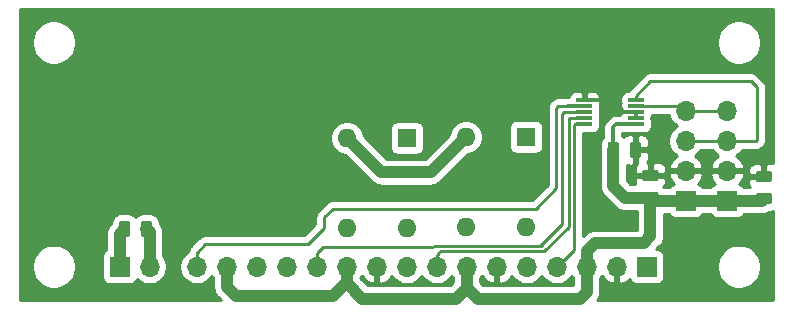
<source format=gbr>
G04 #@! TF.GenerationSoftware,KiCad,Pcbnew,5.1.5+dfsg1-2build2*
G04 #@! TF.CreationDate,2022-05-11T13:02:20+01:00*
G04 #@! TF.ProjectId,rrl-interface,72726c2d-696e-4746-9572-666163652e6b,rev?*
G04 #@! TF.SameCoordinates,Original*
G04 #@! TF.FileFunction,Copper,L2,Bot*
G04 #@! TF.FilePolarity,Positive*
%FSLAX46Y46*%
G04 Gerber Fmt 4.6, Leading zero omitted, Abs format (unit mm)*
G04 Created by KiCad (PCBNEW 5.1.5+dfsg1-2build2) date 2022-05-11 13:02:20*
%MOMM*%
%LPD*%
G04 APERTURE LIST*
%ADD10O,1.600000X1.600000*%
%ADD11R,1.600000X1.600000*%
%ADD12R,1.700000X1.700000*%
%ADD13O,1.700000X1.700000*%
%ADD14C,0.100000*%
%ADD15R,1.400000X0.300000*%
%ADD16C,1.000000*%
%ADD17C,0.300000*%
%ADD18C,0.250000*%
%ADD19C,0.254000*%
G04 APERTURE END LIST*
D10*
X56480000Y-189120000D03*
X51400000Y-181500000D03*
X51400000Y-189120000D03*
D11*
X56480000Y-181500000D03*
X46400000Y-181600000D03*
D10*
X41320000Y-189220000D03*
X41320000Y-181600000D03*
X46400000Y-189220000D03*
D12*
X22060000Y-192500000D03*
D13*
X24600000Y-192500000D03*
G04 #@! TA.AperFunction,SMDPad,CuDef*
D14*
G36*
X67480142Y-186151174D02*
G01*
X67503803Y-186154684D01*
X67527007Y-186160496D01*
X67549529Y-186168554D01*
X67571153Y-186178782D01*
X67591670Y-186191079D01*
X67610883Y-186205329D01*
X67628607Y-186221393D01*
X67644671Y-186239117D01*
X67658921Y-186258330D01*
X67671218Y-186278847D01*
X67681446Y-186300471D01*
X67689504Y-186322993D01*
X67695316Y-186346197D01*
X67698826Y-186369858D01*
X67700000Y-186393750D01*
X67700000Y-186881250D01*
X67698826Y-186905142D01*
X67695316Y-186928803D01*
X67689504Y-186952007D01*
X67681446Y-186974529D01*
X67671218Y-186996153D01*
X67658921Y-187016670D01*
X67644671Y-187035883D01*
X67628607Y-187053607D01*
X67610883Y-187069671D01*
X67591670Y-187083921D01*
X67571153Y-187096218D01*
X67549529Y-187106446D01*
X67527007Y-187114504D01*
X67503803Y-187120316D01*
X67480142Y-187123826D01*
X67456250Y-187125000D01*
X66543750Y-187125000D01*
X66519858Y-187123826D01*
X66496197Y-187120316D01*
X66472993Y-187114504D01*
X66450471Y-187106446D01*
X66428847Y-187096218D01*
X66408330Y-187083921D01*
X66389117Y-187069671D01*
X66371393Y-187053607D01*
X66355329Y-187035883D01*
X66341079Y-187016670D01*
X66328782Y-186996153D01*
X66318554Y-186974529D01*
X66310496Y-186952007D01*
X66304684Y-186928803D01*
X66301174Y-186905142D01*
X66300000Y-186881250D01*
X66300000Y-186393750D01*
X66301174Y-186369858D01*
X66304684Y-186346197D01*
X66310496Y-186322993D01*
X66318554Y-186300471D01*
X66328782Y-186278847D01*
X66341079Y-186258330D01*
X66355329Y-186239117D01*
X66371393Y-186221393D01*
X66389117Y-186205329D01*
X66408330Y-186191079D01*
X66428847Y-186178782D01*
X66450471Y-186168554D01*
X66472993Y-186160496D01*
X66496197Y-186154684D01*
X66519858Y-186151174D01*
X66543750Y-186150000D01*
X67456250Y-186150000D01*
X67480142Y-186151174D01*
G37*
G04 #@! TD.AperFunction*
G04 #@! TA.AperFunction,SMDPad,CuDef*
G36*
X67480142Y-184276174D02*
G01*
X67503803Y-184279684D01*
X67527007Y-184285496D01*
X67549529Y-184293554D01*
X67571153Y-184303782D01*
X67591670Y-184316079D01*
X67610883Y-184330329D01*
X67628607Y-184346393D01*
X67644671Y-184364117D01*
X67658921Y-184383330D01*
X67671218Y-184403847D01*
X67681446Y-184425471D01*
X67689504Y-184447993D01*
X67695316Y-184471197D01*
X67698826Y-184494858D01*
X67700000Y-184518750D01*
X67700000Y-185006250D01*
X67698826Y-185030142D01*
X67695316Y-185053803D01*
X67689504Y-185077007D01*
X67681446Y-185099529D01*
X67671218Y-185121153D01*
X67658921Y-185141670D01*
X67644671Y-185160883D01*
X67628607Y-185178607D01*
X67610883Y-185194671D01*
X67591670Y-185208921D01*
X67571153Y-185221218D01*
X67549529Y-185231446D01*
X67527007Y-185239504D01*
X67503803Y-185245316D01*
X67480142Y-185248826D01*
X67456250Y-185250000D01*
X66543750Y-185250000D01*
X66519858Y-185248826D01*
X66496197Y-185245316D01*
X66472993Y-185239504D01*
X66450471Y-185231446D01*
X66428847Y-185221218D01*
X66408330Y-185208921D01*
X66389117Y-185194671D01*
X66371393Y-185178607D01*
X66355329Y-185160883D01*
X66341079Y-185141670D01*
X66328782Y-185121153D01*
X66318554Y-185099529D01*
X66310496Y-185077007D01*
X66304684Y-185053803D01*
X66301174Y-185030142D01*
X66300000Y-185006250D01*
X66300000Y-184518750D01*
X66301174Y-184494858D01*
X66304684Y-184471197D01*
X66310496Y-184447993D01*
X66318554Y-184425471D01*
X66328782Y-184403847D01*
X66341079Y-184383330D01*
X66355329Y-184364117D01*
X66371393Y-184346393D01*
X66389117Y-184330329D01*
X66408330Y-184316079D01*
X66428847Y-184303782D01*
X66450471Y-184293554D01*
X66472993Y-184285496D01*
X66496197Y-184279684D01*
X66519858Y-184276174D01*
X66543750Y-184275000D01*
X67456250Y-184275000D01*
X67480142Y-184276174D01*
G37*
G04 #@! TD.AperFunction*
G04 #@! TA.AperFunction,SMDPad,CuDef*
G36*
X77080142Y-186251174D02*
G01*
X77103803Y-186254684D01*
X77127007Y-186260496D01*
X77149529Y-186268554D01*
X77171153Y-186278782D01*
X77191670Y-186291079D01*
X77210883Y-186305329D01*
X77228607Y-186321393D01*
X77244671Y-186339117D01*
X77258921Y-186358330D01*
X77271218Y-186378847D01*
X77281446Y-186400471D01*
X77289504Y-186422993D01*
X77295316Y-186446197D01*
X77298826Y-186469858D01*
X77300000Y-186493750D01*
X77300000Y-186981250D01*
X77298826Y-187005142D01*
X77295316Y-187028803D01*
X77289504Y-187052007D01*
X77281446Y-187074529D01*
X77271218Y-187096153D01*
X77258921Y-187116670D01*
X77244671Y-187135883D01*
X77228607Y-187153607D01*
X77210883Y-187169671D01*
X77191670Y-187183921D01*
X77171153Y-187196218D01*
X77149529Y-187206446D01*
X77127007Y-187214504D01*
X77103803Y-187220316D01*
X77080142Y-187223826D01*
X77056250Y-187225000D01*
X76143750Y-187225000D01*
X76119858Y-187223826D01*
X76096197Y-187220316D01*
X76072993Y-187214504D01*
X76050471Y-187206446D01*
X76028847Y-187196218D01*
X76008330Y-187183921D01*
X75989117Y-187169671D01*
X75971393Y-187153607D01*
X75955329Y-187135883D01*
X75941079Y-187116670D01*
X75928782Y-187096153D01*
X75918554Y-187074529D01*
X75910496Y-187052007D01*
X75904684Y-187028803D01*
X75901174Y-187005142D01*
X75900000Y-186981250D01*
X75900000Y-186493750D01*
X75901174Y-186469858D01*
X75904684Y-186446197D01*
X75910496Y-186422993D01*
X75918554Y-186400471D01*
X75928782Y-186378847D01*
X75941079Y-186358330D01*
X75955329Y-186339117D01*
X75971393Y-186321393D01*
X75989117Y-186305329D01*
X76008330Y-186291079D01*
X76028847Y-186278782D01*
X76050471Y-186268554D01*
X76072993Y-186260496D01*
X76096197Y-186254684D01*
X76119858Y-186251174D01*
X76143750Y-186250000D01*
X77056250Y-186250000D01*
X77080142Y-186251174D01*
G37*
G04 #@! TD.AperFunction*
G04 #@! TA.AperFunction,SMDPad,CuDef*
G36*
X77080142Y-184376174D02*
G01*
X77103803Y-184379684D01*
X77127007Y-184385496D01*
X77149529Y-184393554D01*
X77171153Y-184403782D01*
X77191670Y-184416079D01*
X77210883Y-184430329D01*
X77228607Y-184446393D01*
X77244671Y-184464117D01*
X77258921Y-184483330D01*
X77271218Y-184503847D01*
X77281446Y-184525471D01*
X77289504Y-184547993D01*
X77295316Y-184571197D01*
X77298826Y-184594858D01*
X77300000Y-184618750D01*
X77300000Y-185106250D01*
X77298826Y-185130142D01*
X77295316Y-185153803D01*
X77289504Y-185177007D01*
X77281446Y-185199529D01*
X77271218Y-185221153D01*
X77258921Y-185241670D01*
X77244671Y-185260883D01*
X77228607Y-185278607D01*
X77210883Y-185294671D01*
X77191670Y-185308921D01*
X77171153Y-185321218D01*
X77149529Y-185331446D01*
X77127007Y-185339504D01*
X77103803Y-185345316D01*
X77080142Y-185348826D01*
X77056250Y-185350000D01*
X76143750Y-185350000D01*
X76119858Y-185348826D01*
X76096197Y-185345316D01*
X76072993Y-185339504D01*
X76050471Y-185331446D01*
X76028847Y-185321218D01*
X76008330Y-185308921D01*
X75989117Y-185294671D01*
X75971393Y-185278607D01*
X75955329Y-185260883D01*
X75941079Y-185241670D01*
X75928782Y-185221153D01*
X75918554Y-185199529D01*
X75910496Y-185177007D01*
X75904684Y-185153803D01*
X75901174Y-185130142D01*
X75900000Y-185106250D01*
X75900000Y-184618750D01*
X75901174Y-184594858D01*
X75904684Y-184571197D01*
X75910496Y-184547993D01*
X75918554Y-184525471D01*
X75928782Y-184503847D01*
X75941079Y-184483330D01*
X75955329Y-184464117D01*
X75971393Y-184446393D01*
X75989117Y-184430329D01*
X76008330Y-184416079D01*
X76028847Y-184403782D01*
X76050471Y-184393554D01*
X76072993Y-184385496D01*
X76096197Y-184379684D01*
X76119858Y-184376174D01*
X76143750Y-184375000D01*
X77056250Y-184375000D01*
X77080142Y-184376174D01*
G37*
G04 #@! TD.AperFunction*
G04 #@! TA.AperFunction,SMDPad,CuDef*
G36*
X64130142Y-181901174D02*
G01*
X64153803Y-181904684D01*
X64177007Y-181910496D01*
X64199529Y-181918554D01*
X64221153Y-181928782D01*
X64241670Y-181941079D01*
X64260883Y-181955329D01*
X64278607Y-181971393D01*
X64294671Y-181989117D01*
X64308921Y-182008330D01*
X64321218Y-182028847D01*
X64331446Y-182050471D01*
X64339504Y-182072993D01*
X64345316Y-182096197D01*
X64348826Y-182119858D01*
X64350000Y-182143750D01*
X64350000Y-183056250D01*
X64348826Y-183080142D01*
X64345316Y-183103803D01*
X64339504Y-183127007D01*
X64331446Y-183149529D01*
X64321218Y-183171153D01*
X64308921Y-183191670D01*
X64294671Y-183210883D01*
X64278607Y-183228607D01*
X64260883Y-183244671D01*
X64241670Y-183258921D01*
X64221153Y-183271218D01*
X64199529Y-183281446D01*
X64177007Y-183289504D01*
X64153803Y-183295316D01*
X64130142Y-183298826D01*
X64106250Y-183300000D01*
X63618750Y-183300000D01*
X63594858Y-183298826D01*
X63571197Y-183295316D01*
X63547993Y-183289504D01*
X63525471Y-183281446D01*
X63503847Y-183271218D01*
X63483330Y-183258921D01*
X63464117Y-183244671D01*
X63446393Y-183228607D01*
X63430329Y-183210883D01*
X63416079Y-183191670D01*
X63403782Y-183171153D01*
X63393554Y-183149529D01*
X63385496Y-183127007D01*
X63379684Y-183103803D01*
X63376174Y-183080142D01*
X63375000Y-183056250D01*
X63375000Y-182143750D01*
X63376174Y-182119858D01*
X63379684Y-182096197D01*
X63385496Y-182072993D01*
X63393554Y-182050471D01*
X63403782Y-182028847D01*
X63416079Y-182008330D01*
X63430329Y-181989117D01*
X63446393Y-181971393D01*
X63464117Y-181955329D01*
X63483330Y-181941079D01*
X63503847Y-181928782D01*
X63525471Y-181918554D01*
X63547993Y-181910496D01*
X63571197Y-181904684D01*
X63594858Y-181901174D01*
X63618750Y-181900000D01*
X64106250Y-181900000D01*
X64130142Y-181901174D01*
G37*
G04 #@! TD.AperFunction*
G04 #@! TA.AperFunction,SMDPad,CuDef*
G36*
X66005142Y-181901174D02*
G01*
X66028803Y-181904684D01*
X66052007Y-181910496D01*
X66074529Y-181918554D01*
X66096153Y-181928782D01*
X66116670Y-181941079D01*
X66135883Y-181955329D01*
X66153607Y-181971393D01*
X66169671Y-181989117D01*
X66183921Y-182008330D01*
X66196218Y-182028847D01*
X66206446Y-182050471D01*
X66214504Y-182072993D01*
X66220316Y-182096197D01*
X66223826Y-182119858D01*
X66225000Y-182143750D01*
X66225000Y-183056250D01*
X66223826Y-183080142D01*
X66220316Y-183103803D01*
X66214504Y-183127007D01*
X66206446Y-183149529D01*
X66196218Y-183171153D01*
X66183921Y-183191670D01*
X66169671Y-183210883D01*
X66153607Y-183228607D01*
X66135883Y-183244671D01*
X66116670Y-183258921D01*
X66096153Y-183271218D01*
X66074529Y-183281446D01*
X66052007Y-183289504D01*
X66028803Y-183295316D01*
X66005142Y-183298826D01*
X65981250Y-183300000D01*
X65493750Y-183300000D01*
X65469858Y-183298826D01*
X65446197Y-183295316D01*
X65422993Y-183289504D01*
X65400471Y-183281446D01*
X65378847Y-183271218D01*
X65358330Y-183258921D01*
X65339117Y-183244671D01*
X65321393Y-183228607D01*
X65305329Y-183210883D01*
X65291079Y-183191670D01*
X65278782Y-183171153D01*
X65268554Y-183149529D01*
X65260496Y-183127007D01*
X65254684Y-183103803D01*
X65251174Y-183080142D01*
X65250000Y-183056250D01*
X65250000Y-182143750D01*
X65251174Y-182119858D01*
X65254684Y-182096197D01*
X65260496Y-182072993D01*
X65268554Y-182050471D01*
X65278782Y-182028847D01*
X65291079Y-182008330D01*
X65305329Y-181989117D01*
X65321393Y-181971393D01*
X65339117Y-181955329D01*
X65358330Y-181941079D01*
X65378847Y-181928782D01*
X65400471Y-181918554D01*
X65422993Y-181910496D01*
X65446197Y-181904684D01*
X65469858Y-181901174D01*
X65493750Y-181900000D01*
X65981250Y-181900000D01*
X66005142Y-181901174D01*
G37*
G04 #@! TD.AperFunction*
D12*
X66700000Y-192500000D03*
D13*
X64160000Y-192500000D03*
X61620000Y-192500000D03*
X59080000Y-192500000D03*
X56540000Y-192500000D03*
X54000000Y-192500000D03*
X51460000Y-192500000D03*
X48920000Y-192500000D03*
X46380000Y-192500000D03*
X43840000Y-192500000D03*
X41300000Y-192500000D03*
X38760000Y-192500000D03*
X36220000Y-192500000D03*
X33680000Y-192500000D03*
X31140000Y-192500000D03*
X28600000Y-192500000D03*
D12*
X73500000Y-186920000D03*
D13*
X73500000Y-184380000D03*
X73500000Y-181840000D03*
X73500000Y-179300000D03*
X70000000Y-179300000D03*
X70000000Y-181840000D03*
X70000000Y-184380000D03*
D12*
X70000000Y-186920000D03*
D15*
X61400000Y-180400000D03*
X61400000Y-179900000D03*
X61400000Y-179400000D03*
X61400000Y-178900000D03*
X61400000Y-178400000D03*
X65800000Y-178400000D03*
X65800000Y-178900000D03*
X65800000Y-179400000D03*
X65800000Y-179900000D03*
X65800000Y-180400000D03*
G04 #@! TA.AperFunction,SMDPad,CuDef*
D14*
G36*
X22730142Y-188601174D02*
G01*
X22753803Y-188604684D01*
X22777007Y-188610496D01*
X22799529Y-188618554D01*
X22821153Y-188628782D01*
X22841670Y-188641079D01*
X22860883Y-188655329D01*
X22878607Y-188671393D01*
X22894671Y-188689117D01*
X22908921Y-188708330D01*
X22921218Y-188728847D01*
X22931446Y-188750471D01*
X22939504Y-188772993D01*
X22945316Y-188796197D01*
X22948826Y-188819858D01*
X22950000Y-188843750D01*
X22950000Y-189756250D01*
X22948826Y-189780142D01*
X22945316Y-189803803D01*
X22939504Y-189827007D01*
X22931446Y-189849529D01*
X22921218Y-189871153D01*
X22908921Y-189891670D01*
X22894671Y-189910883D01*
X22878607Y-189928607D01*
X22860883Y-189944671D01*
X22841670Y-189958921D01*
X22821153Y-189971218D01*
X22799529Y-189981446D01*
X22777007Y-189989504D01*
X22753803Y-189995316D01*
X22730142Y-189998826D01*
X22706250Y-190000000D01*
X22218750Y-190000000D01*
X22194858Y-189998826D01*
X22171197Y-189995316D01*
X22147993Y-189989504D01*
X22125471Y-189981446D01*
X22103847Y-189971218D01*
X22083330Y-189958921D01*
X22064117Y-189944671D01*
X22046393Y-189928607D01*
X22030329Y-189910883D01*
X22016079Y-189891670D01*
X22003782Y-189871153D01*
X21993554Y-189849529D01*
X21985496Y-189827007D01*
X21979684Y-189803803D01*
X21976174Y-189780142D01*
X21975000Y-189756250D01*
X21975000Y-188843750D01*
X21976174Y-188819858D01*
X21979684Y-188796197D01*
X21985496Y-188772993D01*
X21993554Y-188750471D01*
X22003782Y-188728847D01*
X22016079Y-188708330D01*
X22030329Y-188689117D01*
X22046393Y-188671393D01*
X22064117Y-188655329D01*
X22083330Y-188641079D01*
X22103847Y-188628782D01*
X22125471Y-188618554D01*
X22147993Y-188610496D01*
X22171197Y-188604684D01*
X22194858Y-188601174D01*
X22218750Y-188600000D01*
X22706250Y-188600000D01*
X22730142Y-188601174D01*
G37*
G04 #@! TD.AperFunction*
G04 #@! TA.AperFunction,SMDPad,CuDef*
G36*
X24605142Y-188601174D02*
G01*
X24628803Y-188604684D01*
X24652007Y-188610496D01*
X24674529Y-188618554D01*
X24696153Y-188628782D01*
X24716670Y-188641079D01*
X24735883Y-188655329D01*
X24753607Y-188671393D01*
X24769671Y-188689117D01*
X24783921Y-188708330D01*
X24796218Y-188728847D01*
X24806446Y-188750471D01*
X24814504Y-188772993D01*
X24820316Y-188796197D01*
X24823826Y-188819858D01*
X24825000Y-188843750D01*
X24825000Y-189756250D01*
X24823826Y-189780142D01*
X24820316Y-189803803D01*
X24814504Y-189827007D01*
X24806446Y-189849529D01*
X24796218Y-189871153D01*
X24783921Y-189891670D01*
X24769671Y-189910883D01*
X24753607Y-189928607D01*
X24735883Y-189944671D01*
X24716670Y-189958921D01*
X24696153Y-189971218D01*
X24674529Y-189981446D01*
X24652007Y-189989504D01*
X24628803Y-189995316D01*
X24605142Y-189998826D01*
X24581250Y-190000000D01*
X24093750Y-190000000D01*
X24069858Y-189998826D01*
X24046197Y-189995316D01*
X24022993Y-189989504D01*
X24000471Y-189981446D01*
X23978847Y-189971218D01*
X23958330Y-189958921D01*
X23939117Y-189944671D01*
X23921393Y-189928607D01*
X23905329Y-189910883D01*
X23891079Y-189891670D01*
X23878782Y-189871153D01*
X23868554Y-189849529D01*
X23860496Y-189827007D01*
X23854684Y-189803803D01*
X23851174Y-189780142D01*
X23850000Y-189756250D01*
X23850000Y-188843750D01*
X23851174Y-188819858D01*
X23854684Y-188796197D01*
X23860496Y-188772993D01*
X23868554Y-188750471D01*
X23878782Y-188728847D01*
X23891079Y-188708330D01*
X23905329Y-188689117D01*
X23921393Y-188671393D01*
X23939117Y-188655329D01*
X23958330Y-188641079D01*
X23978847Y-188628782D01*
X24000471Y-188618554D01*
X24022993Y-188610496D01*
X24046197Y-188604684D01*
X24069858Y-188601174D01*
X24093750Y-188600000D01*
X24581250Y-188600000D01*
X24605142Y-188601174D01*
G37*
G04 #@! TD.AperFunction*
D16*
X46400000Y-192480000D02*
X46380000Y-192500000D01*
D17*
X65800000Y-180400000D02*
X64100000Y-180400000D01*
X64100000Y-180400000D02*
X63800000Y-180700000D01*
D16*
X61620000Y-192500000D02*
X61620000Y-194620000D01*
X61620000Y-194620000D02*
X61040000Y-195200000D01*
X61040000Y-195200000D02*
X52400000Y-195200000D01*
X51460000Y-194260000D02*
X51460000Y-192500000D01*
X52400000Y-195200000D02*
X51460000Y-194260000D01*
X51460000Y-194260000D02*
X51440000Y-194260000D01*
X51440000Y-194260000D02*
X50500000Y-195200000D01*
X50500000Y-195200000D02*
X42600000Y-195200000D01*
X41300000Y-193900000D02*
X41300000Y-192500000D01*
X42600000Y-195200000D02*
X41300000Y-193900000D01*
X31140000Y-194240000D02*
X31140000Y-192500000D01*
X31900000Y-195000000D02*
X31140000Y-194240000D01*
X40100000Y-195000000D02*
X31900000Y-195000000D01*
X41200000Y-193900000D02*
X40100000Y-195000000D01*
X41300000Y-193900000D02*
X41200000Y-193900000D01*
X73500000Y-186920000D02*
X70000000Y-186920000D01*
X66419990Y-190500010D02*
X62299990Y-190500010D01*
X62299990Y-190500010D02*
X61620000Y-191180000D01*
X61620000Y-192500000D02*
X61620000Y-191180000D01*
X67282500Y-186920000D02*
X67000000Y-186637500D01*
X70000000Y-186920000D02*
X67282500Y-186920000D01*
X67000000Y-189920000D02*
X66419990Y-190500010D01*
X67000000Y-186637500D02*
X67000000Y-189920000D01*
X64837500Y-186637500D02*
X67000000Y-186637500D01*
D17*
X63800000Y-181837500D02*
X63800000Y-180700000D01*
X63862500Y-181900000D02*
X63800000Y-181837500D01*
X63862500Y-182600000D02*
X63862500Y-181900000D01*
D16*
X76417500Y-186920000D02*
X76600000Y-186737500D01*
X73500000Y-186920000D02*
X76417500Y-186920000D01*
X63862500Y-185662500D02*
X64837500Y-186637500D01*
X63862500Y-182600000D02*
X63862500Y-185662500D01*
D17*
X65800000Y-179900000D02*
X65800000Y-179600000D01*
X65800000Y-179600000D02*
X65800000Y-179400000D01*
X62400000Y-178400000D02*
X61400000Y-178400000D01*
X63800000Y-178400000D02*
X62400000Y-178400000D01*
X64800000Y-179400000D02*
X63800000Y-178400000D01*
X65800000Y-179400000D02*
X64800000Y-179400000D01*
D18*
X59929999Y-191650001D02*
X59080000Y-192500000D01*
X60529999Y-191050001D02*
X59929999Y-191650001D01*
X60529999Y-180470001D02*
X60529999Y-191050001D01*
X60600000Y-180400000D02*
X60529999Y-180470001D01*
X61400000Y-180400000D02*
X60600000Y-180400000D01*
X48920000Y-191469998D02*
X48920000Y-192500000D01*
X49075001Y-191324999D02*
X49064999Y-191324999D01*
X49200000Y-191200000D02*
X49075001Y-191324999D01*
X58000000Y-191200000D02*
X49200000Y-191200000D01*
X60079989Y-189120011D02*
X58000000Y-191200000D01*
X60079989Y-179948247D02*
X60079989Y-189120011D01*
X49064999Y-191324999D02*
X48920000Y-191469998D01*
X60128236Y-179900000D02*
X60079989Y-179948247D01*
X61400000Y-179900000D02*
X60128236Y-179900000D01*
X38760000Y-191297919D02*
X38760000Y-192500000D01*
X56940000Y-190740000D02*
X56860000Y-190740000D01*
X58900000Y-189500000D02*
X57700000Y-190700000D01*
X39257919Y-190800000D02*
X38760000Y-191297919D01*
X59700000Y-179400000D02*
X59500000Y-179600000D01*
X40500000Y-190800000D02*
X39257919Y-190800000D01*
X61400000Y-179400000D02*
X59700000Y-179400000D01*
X59500000Y-188900000D02*
X57650010Y-190749990D01*
X59500000Y-179600000D02*
X59500000Y-188900000D01*
X56649990Y-190749990D02*
X56640804Y-190740804D01*
X57650010Y-190749990D02*
X56649990Y-190749990D01*
X56640804Y-190740804D02*
X40500000Y-190800000D01*
X56860000Y-190740000D02*
X56640804Y-190740804D01*
D17*
X61400000Y-178900000D02*
X60000000Y-178900000D01*
D18*
X28754998Y-192500000D02*
X28600000Y-192500000D01*
X29297919Y-190600000D02*
X28600000Y-191297919D01*
X39400000Y-189200000D02*
X38000000Y-190600000D01*
X40100000Y-187600000D02*
X39400000Y-188300000D01*
X57300000Y-187600000D02*
X40100000Y-187600000D01*
X38000000Y-190600000D02*
X29297919Y-190600000D01*
X59049990Y-185850010D02*
X57300000Y-187600000D01*
X28600000Y-191297919D02*
X28600000Y-192500000D01*
X39400000Y-188300000D02*
X39400000Y-189200000D01*
X59049990Y-179049990D02*
X59049990Y-185850010D01*
X59199980Y-178900000D02*
X59049990Y-179049990D01*
X61400000Y-178900000D02*
X59199980Y-178900000D01*
X75960000Y-181840000D02*
X73500000Y-181840000D01*
X76000000Y-181800000D02*
X75960000Y-181840000D01*
X75500000Y-176800000D02*
X76000000Y-177300000D01*
X76000000Y-177300000D02*
X76000000Y-181800000D01*
X70000000Y-181840000D02*
X73500000Y-181840000D01*
X67000000Y-176800000D02*
X71400000Y-176800000D01*
X65800000Y-178000000D02*
X67000000Y-176800000D01*
X65800000Y-178400000D02*
X65800000Y-178000000D01*
X71400000Y-176800000D02*
X75500000Y-176800000D01*
X71200000Y-176800000D02*
X71400000Y-176800000D01*
X70000000Y-179300000D02*
X73500000Y-179300000D01*
X69600000Y-178900000D02*
X70000000Y-179300000D01*
X65800000Y-178900000D02*
X69600000Y-178900000D01*
D16*
X41320000Y-181600000D02*
X44220000Y-184500000D01*
X48400000Y-184500000D02*
X51400000Y-181500000D01*
X44220000Y-184500000D02*
X48400000Y-184500000D01*
X22060000Y-189702500D02*
X22462500Y-189300000D01*
X22060000Y-192500000D02*
X22060000Y-189702500D01*
X24600000Y-189562500D02*
X24337500Y-189300000D01*
X24600000Y-192500000D02*
X24600000Y-189562500D01*
D19*
G36*
X77340001Y-183740868D02*
G01*
X77300000Y-183736928D01*
X76885750Y-183740000D01*
X76727000Y-183898750D01*
X76727000Y-184735500D01*
X76747000Y-184735500D01*
X76747000Y-184989500D01*
X76727000Y-184989500D01*
X76727000Y-185009500D01*
X76473000Y-185009500D01*
X76473000Y-184989500D01*
X75423750Y-184989500D01*
X75265000Y-185148250D01*
X75261928Y-185350000D01*
X75274188Y-185474482D01*
X75310498Y-185594180D01*
X75369463Y-185704494D01*
X75435532Y-185785000D01*
X74917683Y-185785000D01*
X74880537Y-185715506D01*
X74801185Y-185618815D01*
X74704494Y-185539463D01*
X74594180Y-185480498D01*
X74513534Y-185456034D01*
X74597588Y-185380269D01*
X74771641Y-185146920D01*
X74896825Y-184884099D01*
X74941476Y-184736890D01*
X74820155Y-184507000D01*
X73627000Y-184507000D01*
X73627000Y-184527000D01*
X73373000Y-184527000D01*
X73373000Y-184507000D01*
X72179845Y-184507000D01*
X72058524Y-184736890D01*
X72103175Y-184884099D01*
X72228359Y-185146920D01*
X72402412Y-185380269D01*
X72486466Y-185456034D01*
X72405820Y-185480498D01*
X72295506Y-185539463D01*
X72198815Y-185618815D01*
X72119463Y-185715506D01*
X72082317Y-185785000D01*
X71417683Y-185785000D01*
X71380537Y-185715506D01*
X71301185Y-185618815D01*
X71204494Y-185539463D01*
X71094180Y-185480498D01*
X71013534Y-185456034D01*
X71097588Y-185380269D01*
X71271641Y-185146920D01*
X71396825Y-184884099D01*
X71441476Y-184736890D01*
X71320155Y-184507000D01*
X70127000Y-184507000D01*
X70127000Y-184527000D01*
X69873000Y-184527000D01*
X69873000Y-184507000D01*
X68679845Y-184507000D01*
X68558524Y-184736890D01*
X68603175Y-184884099D01*
X68728359Y-185146920D01*
X68902412Y-185380269D01*
X68986466Y-185456034D01*
X68905820Y-185480498D01*
X68795506Y-185539463D01*
X68698815Y-185618815D01*
X68619463Y-185715506D01*
X68582317Y-185785000D01*
X68091932Y-185785000D01*
X68079792Y-185770208D01*
X68073436Y-185764992D01*
X68151185Y-185701185D01*
X68230537Y-185604494D01*
X68289502Y-185494180D01*
X68325812Y-185374482D01*
X68338072Y-185250000D01*
X68335000Y-185048250D01*
X68176250Y-184889500D01*
X67127000Y-184889500D01*
X67127000Y-184909500D01*
X66873000Y-184909500D01*
X66873000Y-184889500D01*
X65823750Y-184889500D01*
X65665000Y-185048250D01*
X65661928Y-185250000D01*
X65674188Y-185374482D01*
X65710498Y-185494180D01*
X65714945Y-185502500D01*
X65307632Y-185502500D01*
X64997500Y-185192369D01*
X64997500Y-184275000D01*
X65661928Y-184275000D01*
X65665000Y-184476750D01*
X65823750Y-184635500D01*
X66873000Y-184635500D01*
X66873000Y-183798750D01*
X67127000Y-183798750D01*
X67127000Y-184635500D01*
X68176250Y-184635500D01*
X68335000Y-184476750D01*
X68336549Y-184375000D01*
X75261928Y-184375000D01*
X75265000Y-184576750D01*
X75423750Y-184735500D01*
X76473000Y-184735500D01*
X76473000Y-183898750D01*
X76314250Y-183740000D01*
X75900000Y-183736928D01*
X75775518Y-183749188D01*
X75655820Y-183785498D01*
X75545506Y-183844463D01*
X75448815Y-183923815D01*
X75369463Y-184020506D01*
X75310498Y-184130820D01*
X75274188Y-184250518D01*
X75261928Y-184375000D01*
X68336549Y-184375000D01*
X68338072Y-184275000D01*
X68325812Y-184150518D01*
X68289502Y-184030820D01*
X68230537Y-183920506D01*
X68151185Y-183823815D01*
X68054494Y-183744463D01*
X67944180Y-183685498D01*
X67824482Y-183649188D01*
X67700000Y-183636928D01*
X67285750Y-183640000D01*
X67127000Y-183798750D01*
X66873000Y-183798750D01*
X66743460Y-183669210D01*
X66755537Y-183654494D01*
X66814502Y-183544180D01*
X66850812Y-183424482D01*
X66863072Y-183300000D01*
X66860000Y-182885750D01*
X66701250Y-182727000D01*
X65864500Y-182727000D01*
X65864500Y-183776250D01*
X65883555Y-183795305D01*
X65848815Y-183823815D01*
X65769463Y-183920506D01*
X65710498Y-184030820D01*
X65674188Y-184150518D01*
X65661928Y-184275000D01*
X64997500Y-184275000D01*
X64997500Y-183885055D01*
X65005820Y-183889502D01*
X65125518Y-183925812D01*
X65250000Y-183938072D01*
X65451750Y-183935000D01*
X65610500Y-183776250D01*
X65610500Y-182727000D01*
X65590500Y-182727000D01*
X65590500Y-182473000D01*
X65610500Y-182473000D01*
X65610500Y-181423750D01*
X65864500Y-181423750D01*
X65864500Y-182473000D01*
X66701250Y-182473000D01*
X66860000Y-182314250D01*
X66863072Y-181900000D01*
X66850812Y-181775518D01*
X66814502Y-181655820D01*
X66755537Y-181545506D01*
X66676185Y-181448815D01*
X66579494Y-181369463D01*
X66469180Y-181310498D01*
X66349482Y-181274188D01*
X66225000Y-181261928D01*
X66023250Y-181265000D01*
X65864500Y-181423750D01*
X65610500Y-181423750D01*
X65451750Y-181265000D01*
X65250000Y-181261928D01*
X65125518Y-181274188D01*
X65005820Y-181310498D01*
X64895506Y-181369463D01*
X64798815Y-181448815D01*
X64735008Y-181526564D01*
X64729792Y-181520208D01*
X64596164Y-181410542D01*
X64585000Y-181404575D01*
X64585000Y-181185000D01*
X65068808Y-181185000D01*
X65100000Y-181188072D01*
X66500000Y-181188072D01*
X66624482Y-181175812D01*
X66744180Y-181139502D01*
X66854494Y-181080537D01*
X66951185Y-181001185D01*
X67030537Y-180904494D01*
X67089502Y-180794180D01*
X67125812Y-180674482D01*
X67138072Y-180550000D01*
X67138072Y-180250000D01*
X67127898Y-180146698D01*
X67135000Y-180081750D01*
X67102753Y-180049503D01*
X67089502Y-180005820D01*
X67032480Y-179899141D01*
X67085621Y-179803346D01*
X67102465Y-179750785D01*
X67135000Y-179718250D01*
X67128630Y-179660000D01*
X68557516Y-179660000D01*
X68572068Y-179733158D01*
X68684010Y-180003411D01*
X68846525Y-180246632D01*
X69053368Y-180453475D01*
X69227760Y-180570000D01*
X69053368Y-180686525D01*
X68846525Y-180893368D01*
X68684010Y-181136589D01*
X68572068Y-181406842D01*
X68515000Y-181693740D01*
X68515000Y-181986260D01*
X68572068Y-182273158D01*
X68684010Y-182543411D01*
X68846525Y-182786632D01*
X69053368Y-182993475D01*
X69235534Y-183115195D01*
X69118645Y-183184822D01*
X68902412Y-183379731D01*
X68728359Y-183613080D01*
X68603175Y-183875901D01*
X68558524Y-184023110D01*
X68679845Y-184253000D01*
X69873000Y-184253000D01*
X69873000Y-184233000D01*
X70127000Y-184233000D01*
X70127000Y-184253000D01*
X71320155Y-184253000D01*
X71441476Y-184023110D01*
X71396825Y-183875901D01*
X71271641Y-183613080D01*
X71097588Y-183379731D01*
X70881355Y-183184822D01*
X70764466Y-183115195D01*
X70946632Y-182993475D01*
X71153475Y-182786632D01*
X71278178Y-182600000D01*
X72221822Y-182600000D01*
X72346525Y-182786632D01*
X72553368Y-182993475D01*
X72735534Y-183115195D01*
X72618645Y-183184822D01*
X72402412Y-183379731D01*
X72228359Y-183613080D01*
X72103175Y-183875901D01*
X72058524Y-184023110D01*
X72179845Y-184253000D01*
X73373000Y-184253000D01*
X73373000Y-184233000D01*
X73627000Y-184233000D01*
X73627000Y-184253000D01*
X74820155Y-184253000D01*
X74941476Y-184023110D01*
X74896825Y-183875901D01*
X74771641Y-183613080D01*
X74597588Y-183379731D01*
X74381355Y-183184822D01*
X74264466Y-183115195D01*
X74446632Y-182993475D01*
X74653475Y-182786632D01*
X74778178Y-182600000D01*
X75922678Y-182600000D01*
X75960000Y-182603676D01*
X75997322Y-182600000D01*
X75997333Y-182600000D01*
X76108986Y-182589003D01*
X76252247Y-182545546D01*
X76384276Y-182474974D01*
X76500001Y-182380001D01*
X76518031Y-182358031D01*
X76540001Y-182340001D01*
X76634974Y-182224276D01*
X76705546Y-182092247D01*
X76749003Y-181948986D01*
X76760000Y-181837333D01*
X76763677Y-181800000D01*
X76760000Y-181762667D01*
X76760000Y-177337325D01*
X76763676Y-177300000D01*
X76760000Y-177262675D01*
X76760000Y-177262667D01*
X76749003Y-177151014D01*
X76705546Y-177007753D01*
X76634974Y-176875724D01*
X76540001Y-176759999D01*
X76510998Y-176736197D01*
X76063804Y-176289003D01*
X76040001Y-176259999D01*
X75924276Y-176165026D01*
X75792247Y-176094454D01*
X75648986Y-176050997D01*
X75537333Y-176040000D01*
X75537322Y-176040000D01*
X75500000Y-176036324D01*
X75462678Y-176040000D01*
X67037322Y-176040000D01*
X66999999Y-176036324D01*
X66962676Y-176040000D01*
X66962667Y-176040000D01*
X66851014Y-176050997D01*
X66707753Y-176094454D01*
X66575724Y-176165026D01*
X66459999Y-176259999D01*
X66436201Y-176288997D01*
X65289001Y-177436198D01*
X65259999Y-177459999D01*
X65165026Y-177575724D01*
X65145674Y-177611928D01*
X65100000Y-177611928D01*
X64975518Y-177624188D01*
X64855820Y-177660498D01*
X64745506Y-177719463D01*
X64648815Y-177798815D01*
X64569463Y-177895506D01*
X64510498Y-178005820D01*
X64474188Y-178125518D01*
X64461928Y-178250000D01*
X64461928Y-178550000D01*
X64471777Y-178650000D01*
X64461928Y-178750000D01*
X64461928Y-179050000D01*
X64472102Y-179153302D01*
X64465000Y-179218250D01*
X64497247Y-179250497D01*
X64510498Y-179294180D01*
X64567520Y-179400859D01*
X64514379Y-179496654D01*
X64497535Y-179549215D01*
X64465000Y-179581750D01*
X64468636Y-179615000D01*
X64138552Y-179615000D01*
X64099999Y-179611203D01*
X64061446Y-179615000D01*
X64061439Y-179615000D01*
X63946113Y-179626359D01*
X63798140Y-179671246D01*
X63661767Y-179744138D01*
X63542236Y-179842236D01*
X63517653Y-179872190D01*
X63272185Y-180117658D01*
X63242237Y-180142236D01*
X63217659Y-180172184D01*
X63217655Y-180172188D01*
X63201194Y-180192246D01*
X63144139Y-180261767D01*
X63126814Y-180294180D01*
X63071246Y-180398141D01*
X63026359Y-180546114D01*
X63011203Y-180700000D01*
X63015001Y-180738562D01*
X63015000Y-181503965D01*
X62995208Y-181520208D01*
X62885542Y-181653836D01*
X62804053Y-181806291D01*
X62753872Y-181971715D01*
X62736928Y-182143750D01*
X62736928Y-182448524D01*
X62727500Y-182544249D01*
X62727501Y-185606739D01*
X62722009Y-185662500D01*
X62743923Y-185884998D01*
X62808824Y-186098946D01*
X62839476Y-186156291D01*
X62914217Y-186296123D01*
X63056052Y-186468949D01*
X63099360Y-186504491D01*
X63995508Y-187400640D01*
X64031051Y-187443949D01*
X64203877Y-187585784D01*
X64401053Y-187691176D01*
X64562487Y-187740147D01*
X64615000Y-187756077D01*
X64635993Y-187758144D01*
X64781748Y-187772500D01*
X64781755Y-187772500D01*
X64837499Y-187777990D01*
X64893243Y-187772500D01*
X65865000Y-187772500D01*
X65865001Y-189365010D01*
X62355741Y-189365010D01*
X62299989Y-189359519D01*
X62244238Y-189365010D01*
X62077491Y-189381433D01*
X61863543Y-189446334D01*
X61666367Y-189551726D01*
X61493541Y-189693561D01*
X61457994Y-189736875D01*
X61289999Y-189904870D01*
X61289999Y-181188072D01*
X62100000Y-181188072D01*
X62224482Y-181175812D01*
X62344180Y-181139502D01*
X62454494Y-181080537D01*
X62551185Y-181001185D01*
X62630537Y-180904494D01*
X62689502Y-180794180D01*
X62725812Y-180674482D01*
X62738072Y-180550000D01*
X62738072Y-180250000D01*
X62728223Y-180150000D01*
X62738072Y-180050000D01*
X62738072Y-179750000D01*
X62728223Y-179650000D01*
X62738072Y-179550000D01*
X62738072Y-179250000D01*
X62728223Y-179150000D01*
X62738072Y-179050000D01*
X62738072Y-178750000D01*
X62727898Y-178646698D01*
X62735000Y-178581750D01*
X62702753Y-178549503D01*
X62689502Y-178505820D01*
X62630537Y-178395506D01*
X62597725Y-178355525D01*
X62735000Y-178218250D01*
X62723794Y-178115771D01*
X62685621Y-177996654D01*
X62624943Y-177887273D01*
X62544092Y-177791831D01*
X62446174Y-177713997D01*
X62334954Y-177656761D01*
X62214704Y-177622323D01*
X62090046Y-177612006D01*
X61685750Y-177615000D01*
X61527000Y-177773750D01*
X61527000Y-178111928D01*
X61273000Y-178111928D01*
X61273000Y-177773750D01*
X61114250Y-177615000D01*
X60709954Y-177612006D01*
X60585296Y-177622323D01*
X60465046Y-177656761D01*
X60353826Y-177713997D01*
X60255908Y-177791831D01*
X60175057Y-177887273D01*
X60114379Y-177996654D01*
X60076453Y-178115000D01*
X59961439Y-178115000D01*
X59846113Y-178126359D01*
X59801145Y-178140000D01*
X59237303Y-178140000D01*
X59199980Y-178136324D01*
X59162657Y-178140000D01*
X59162647Y-178140000D01*
X59050994Y-178150997D01*
X58907733Y-178194454D01*
X58775704Y-178265026D01*
X58659979Y-178359999D01*
X58636176Y-178389003D01*
X58538993Y-178486186D01*
X58509989Y-178509989D01*
X58476335Y-178550997D01*
X58415016Y-178625714D01*
X58364906Y-178719463D01*
X58344444Y-178757744D01*
X58300987Y-178901005D01*
X58289990Y-179012658D01*
X58289990Y-179012668D01*
X58286314Y-179049990D01*
X58289990Y-179087313D01*
X58289991Y-185535207D01*
X56985199Y-186840000D01*
X40137322Y-186840000D01*
X40099999Y-186836324D01*
X40062676Y-186840000D01*
X40062667Y-186840000D01*
X39951014Y-186850997D01*
X39807753Y-186894454D01*
X39675724Y-186965026D01*
X39675722Y-186965027D01*
X39675723Y-186965027D01*
X39588996Y-187036201D01*
X39588992Y-187036205D01*
X39559999Y-187059999D01*
X39536205Y-187088992D01*
X38889002Y-187736197D01*
X38859999Y-187759999D01*
X38830498Y-187795947D01*
X38765026Y-187875724D01*
X38718949Y-187961928D01*
X38694454Y-188007754D01*
X38650997Y-188151015D01*
X38640000Y-188262668D01*
X38640000Y-188262678D01*
X38636324Y-188300000D01*
X38640000Y-188337322D01*
X38640000Y-188885198D01*
X37685199Y-189840000D01*
X29335252Y-189840000D01*
X29297919Y-189836323D01*
X29260586Y-189840000D01*
X29148933Y-189850997D01*
X29005672Y-189894454D01*
X28873643Y-189965026D01*
X28757918Y-190059999D01*
X28734120Y-190088998D01*
X28089002Y-190734116D01*
X28059999Y-190757918D01*
X28025464Y-190800000D01*
X27965026Y-190873643D01*
X27934904Y-190929997D01*
X27894454Y-191005673D01*
X27850997Y-191148934D01*
X27844087Y-191219091D01*
X27653368Y-191346525D01*
X27446525Y-191553368D01*
X27284010Y-191796589D01*
X27172068Y-192066842D01*
X27115000Y-192353740D01*
X27115000Y-192646260D01*
X27172068Y-192933158D01*
X27284010Y-193203411D01*
X27446525Y-193446632D01*
X27653368Y-193653475D01*
X27896589Y-193815990D01*
X28166842Y-193927932D01*
X28453740Y-193985000D01*
X28746260Y-193985000D01*
X29033158Y-193927932D01*
X29303411Y-193815990D01*
X29546632Y-193653475D01*
X29753475Y-193446632D01*
X29870000Y-193272240D01*
X29986525Y-193446632D01*
X30005000Y-193465107D01*
X30005000Y-194184249D01*
X29999509Y-194240000D01*
X30018898Y-194436857D01*
X30021423Y-194462498D01*
X30086324Y-194676446D01*
X30191716Y-194873623D01*
X30333551Y-195046449D01*
X30376865Y-195081996D01*
X30634869Y-195340000D01*
X13660000Y-195340000D01*
X13660000Y-192314344D01*
X14615000Y-192314344D01*
X14615000Y-192685656D01*
X14687439Y-193049834D01*
X14829534Y-193392882D01*
X15035825Y-193701618D01*
X15298382Y-193964175D01*
X15607118Y-194170466D01*
X15950166Y-194312561D01*
X16314344Y-194385000D01*
X16685656Y-194385000D01*
X17049834Y-194312561D01*
X17392882Y-194170466D01*
X17701618Y-193964175D01*
X17964175Y-193701618D01*
X18170466Y-193392882D01*
X18312561Y-193049834D01*
X18385000Y-192685656D01*
X18385000Y-192314344D01*
X18312561Y-191950166D01*
X18188229Y-191650000D01*
X20571928Y-191650000D01*
X20571928Y-193350000D01*
X20584188Y-193474482D01*
X20620498Y-193594180D01*
X20679463Y-193704494D01*
X20758815Y-193801185D01*
X20855506Y-193880537D01*
X20965820Y-193939502D01*
X21085518Y-193975812D01*
X21210000Y-193988072D01*
X22910000Y-193988072D01*
X23034482Y-193975812D01*
X23154180Y-193939502D01*
X23264494Y-193880537D01*
X23361185Y-193801185D01*
X23440537Y-193704494D01*
X23499502Y-193594180D01*
X23521513Y-193521620D01*
X23653368Y-193653475D01*
X23896589Y-193815990D01*
X24166842Y-193927932D01*
X24453740Y-193985000D01*
X24746260Y-193985000D01*
X25033158Y-193927932D01*
X25303411Y-193815990D01*
X25546632Y-193653475D01*
X25753475Y-193446632D01*
X25915990Y-193203411D01*
X26027932Y-192933158D01*
X26085000Y-192646260D01*
X26085000Y-192353740D01*
X26027932Y-192066842D01*
X25915990Y-191796589D01*
X25753475Y-191553368D01*
X25735000Y-191534893D01*
X25735000Y-189618251D01*
X25740491Y-189562499D01*
X25718577Y-189340001D01*
X25653676Y-189126054D01*
X25653676Y-189126053D01*
X25548284Y-188928877D01*
X25460979Y-188822495D01*
X25446128Y-188671715D01*
X25395947Y-188506291D01*
X25314458Y-188353836D01*
X25204792Y-188220208D01*
X25071164Y-188110542D01*
X24918709Y-188029053D01*
X24753285Y-187978872D01*
X24581250Y-187961928D01*
X24093750Y-187961928D01*
X23921715Y-187978872D01*
X23756291Y-188029053D01*
X23603836Y-188110542D01*
X23470208Y-188220208D01*
X23400000Y-188305756D01*
X23329792Y-188220208D01*
X23196164Y-188110542D01*
X23043709Y-188029053D01*
X22878285Y-187978872D01*
X22706250Y-187961928D01*
X22218750Y-187961928D01*
X22046715Y-187978872D01*
X21881291Y-188029053D01*
X21728836Y-188110542D01*
X21595208Y-188220208D01*
X21485542Y-188353836D01*
X21404053Y-188506291D01*
X21353872Y-188671715D01*
X21339475Y-188817894D01*
X21296860Y-188860509D01*
X21253552Y-188896051D01*
X21111717Y-189068877D01*
X21064431Y-189157344D01*
X21006324Y-189266054D01*
X20941423Y-189480002D01*
X20919509Y-189702500D01*
X20925001Y-189758261D01*
X20925001Y-191082317D01*
X20855506Y-191119463D01*
X20758815Y-191198815D01*
X20679463Y-191295506D01*
X20620498Y-191405820D01*
X20584188Y-191525518D01*
X20571928Y-191650000D01*
X18188229Y-191650000D01*
X18170466Y-191607118D01*
X17964175Y-191298382D01*
X17701618Y-191035825D01*
X17392882Y-190829534D01*
X17049834Y-190687439D01*
X16685656Y-190615000D01*
X16314344Y-190615000D01*
X15950166Y-190687439D01*
X15607118Y-190829534D01*
X15298382Y-191035825D01*
X15035825Y-191298382D01*
X14829534Y-191607118D01*
X14687439Y-191950166D01*
X14615000Y-192314344D01*
X13660000Y-192314344D01*
X13660000Y-181458665D01*
X39885000Y-181458665D01*
X39885000Y-181741335D01*
X39940147Y-182018574D01*
X40048320Y-182279727D01*
X40205363Y-182514759D01*
X40405241Y-182714637D01*
X40640273Y-182871680D01*
X40901426Y-182979853D01*
X41142718Y-183027850D01*
X43378009Y-185263141D01*
X43413551Y-185306449D01*
X43586377Y-185448284D01*
X43783553Y-185553676D01*
X43997501Y-185618577D01*
X44164248Y-185635000D01*
X44164257Y-185635000D01*
X44219999Y-185640490D01*
X44275741Y-185635000D01*
X48344249Y-185635000D01*
X48400000Y-185640491D01*
X48455751Y-185635000D01*
X48455752Y-185635000D01*
X48622499Y-185618577D01*
X48836447Y-185553676D01*
X49033623Y-185448284D01*
X49206449Y-185306449D01*
X49241996Y-185263135D01*
X51577283Y-182927849D01*
X51818574Y-182879853D01*
X52079727Y-182771680D01*
X52314759Y-182614637D01*
X52514637Y-182414759D01*
X52671680Y-182179727D01*
X52779853Y-181918574D01*
X52835000Y-181641335D01*
X52835000Y-181358665D01*
X52779853Y-181081426D01*
X52671680Y-180820273D01*
X52591317Y-180700000D01*
X55041928Y-180700000D01*
X55041928Y-182300000D01*
X55054188Y-182424482D01*
X55090498Y-182544180D01*
X55149463Y-182654494D01*
X55228815Y-182751185D01*
X55325506Y-182830537D01*
X55435820Y-182889502D01*
X55555518Y-182925812D01*
X55680000Y-182938072D01*
X57280000Y-182938072D01*
X57404482Y-182925812D01*
X57524180Y-182889502D01*
X57634494Y-182830537D01*
X57731185Y-182751185D01*
X57810537Y-182654494D01*
X57869502Y-182544180D01*
X57905812Y-182424482D01*
X57918072Y-182300000D01*
X57918072Y-180700000D01*
X57905812Y-180575518D01*
X57869502Y-180455820D01*
X57810537Y-180345506D01*
X57731185Y-180248815D01*
X57634494Y-180169463D01*
X57524180Y-180110498D01*
X57404482Y-180074188D01*
X57280000Y-180061928D01*
X55680000Y-180061928D01*
X55555518Y-180074188D01*
X55435820Y-180110498D01*
X55325506Y-180169463D01*
X55228815Y-180248815D01*
X55149463Y-180345506D01*
X55090498Y-180455820D01*
X55054188Y-180575518D01*
X55041928Y-180700000D01*
X52591317Y-180700000D01*
X52514637Y-180585241D01*
X52314759Y-180385363D01*
X52079727Y-180228320D01*
X51818574Y-180120147D01*
X51541335Y-180065000D01*
X51258665Y-180065000D01*
X50981426Y-180120147D01*
X50720273Y-180228320D01*
X50485241Y-180385363D01*
X50285363Y-180585241D01*
X50128320Y-180820273D01*
X50020147Y-181081426D01*
X49972151Y-181322717D01*
X47929869Y-183365000D01*
X44690132Y-183365000D01*
X42747850Y-181422718D01*
X42699853Y-181181426D01*
X42591680Y-180920273D01*
X42511317Y-180800000D01*
X44961928Y-180800000D01*
X44961928Y-182400000D01*
X44974188Y-182524482D01*
X45010498Y-182644180D01*
X45069463Y-182754494D01*
X45148815Y-182851185D01*
X45245506Y-182930537D01*
X45355820Y-182989502D01*
X45475518Y-183025812D01*
X45600000Y-183038072D01*
X47200000Y-183038072D01*
X47324482Y-183025812D01*
X47444180Y-182989502D01*
X47554494Y-182930537D01*
X47651185Y-182851185D01*
X47730537Y-182754494D01*
X47789502Y-182644180D01*
X47825812Y-182524482D01*
X47838072Y-182400000D01*
X47838072Y-180800000D01*
X47825812Y-180675518D01*
X47789502Y-180555820D01*
X47730537Y-180445506D01*
X47651185Y-180348815D01*
X47554494Y-180269463D01*
X47444180Y-180210498D01*
X47324482Y-180174188D01*
X47200000Y-180161928D01*
X45600000Y-180161928D01*
X45475518Y-180174188D01*
X45355820Y-180210498D01*
X45245506Y-180269463D01*
X45148815Y-180348815D01*
X45069463Y-180445506D01*
X45010498Y-180555820D01*
X44974188Y-180675518D01*
X44961928Y-180800000D01*
X42511317Y-180800000D01*
X42434637Y-180685241D01*
X42234759Y-180485363D01*
X41999727Y-180328320D01*
X41738574Y-180220147D01*
X41461335Y-180165000D01*
X41178665Y-180165000D01*
X40901426Y-180220147D01*
X40640273Y-180328320D01*
X40405241Y-180485363D01*
X40205363Y-180685241D01*
X40048320Y-180920273D01*
X39940147Y-181181426D01*
X39885000Y-181458665D01*
X13660000Y-181458665D01*
X13660000Y-173314344D01*
X14615000Y-173314344D01*
X14615000Y-173685656D01*
X14687439Y-174049834D01*
X14829534Y-174392882D01*
X15035825Y-174701618D01*
X15298382Y-174964175D01*
X15607118Y-175170466D01*
X15950166Y-175312561D01*
X16314344Y-175385000D01*
X16685656Y-175385000D01*
X17049834Y-175312561D01*
X17392882Y-175170466D01*
X17701618Y-174964175D01*
X17964175Y-174701618D01*
X18170466Y-174392882D01*
X18312561Y-174049834D01*
X18385000Y-173685656D01*
X18385000Y-173314344D01*
X72615000Y-173314344D01*
X72615000Y-173685656D01*
X72687439Y-174049834D01*
X72829534Y-174392882D01*
X73035825Y-174701618D01*
X73298382Y-174964175D01*
X73607118Y-175170466D01*
X73950166Y-175312561D01*
X74314344Y-175385000D01*
X74685656Y-175385000D01*
X75049834Y-175312561D01*
X75392882Y-175170466D01*
X75701618Y-174964175D01*
X75964175Y-174701618D01*
X76170466Y-174392882D01*
X76312561Y-174049834D01*
X76385000Y-173685656D01*
X76385000Y-173314344D01*
X76312561Y-172950166D01*
X76170466Y-172607118D01*
X75964175Y-172298382D01*
X75701618Y-172035825D01*
X75392882Y-171829534D01*
X75049834Y-171687439D01*
X74685656Y-171615000D01*
X74314344Y-171615000D01*
X73950166Y-171687439D01*
X73607118Y-171829534D01*
X73298382Y-172035825D01*
X73035825Y-172298382D01*
X72829534Y-172607118D01*
X72687439Y-172950166D01*
X72615000Y-173314344D01*
X18385000Y-173314344D01*
X18312561Y-172950166D01*
X18170466Y-172607118D01*
X17964175Y-172298382D01*
X17701618Y-172035825D01*
X17392882Y-171829534D01*
X17049834Y-171687439D01*
X16685656Y-171615000D01*
X16314344Y-171615000D01*
X15950166Y-171687439D01*
X15607118Y-171829534D01*
X15298382Y-172035825D01*
X15035825Y-172298382D01*
X14829534Y-172607118D01*
X14687439Y-172950166D01*
X14615000Y-173314344D01*
X13660000Y-173314344D01*
X13660000Y-170660000D01*
X77340000Y-170660000D01*
X77340001Y-183740868D01*
G37*
X77340001Y-183740868D02*
X77300000Y-183736928D01*
X76885750Y-183740000D01*
X76727000Y-183898750D01*
X76727000Y-184735500D01*
X76747000Y-184735500D01*
X76747000Y-184989500D01*
X76727000Y-184989500D01*
X76727000Y-185009500D01*
X76473000Y-185009500D01*
X76473000Y-184989500D01*
X75423750Y-184989500D01*
X75265000Y-185148250D01*
X75261928Y-185350000D01*
X75274188Y-185474482D01*
X75310498Y-185594180D01*
X75369463Y-185704494D01*
X75435532Y-185785000D01*
X74917683Y-185785000D01*
X74880537Y-185715506D01*
X74801185Y-185618815D01*
X74704494Y-185539463D01*
X74594180Y-185480498D01*
X74513534Y-185456034D01*
X74597588Y-185380269D01*
X74771641Y-185146920D01*
X74896825Y-184884099D01*
X74941476Y-184736890D01*
X74820155Y-184507000D01*
X73627000Y-184507000D01*
X73627000Y-184527000D01*
X73373000Y-184527000D01*
X73373000Y-184507000D01*
X72179845Y-184507000D01*
X72058524Y-184736890D01*
X72103175Y-184884099D01*
X72228359Y-185146920D01*
X72402412Y-185380269D01*
X72486466Y-185456034D01*
X72405820Y-185480498D01*
X72295506Y-185539463D01*
X72198815Y-185618815D01*
X72119463Y-185715506D01*
X72082317Y-185785000D01*
X71417683Y-185785000D01*
X71380537Y-185715506D01*
X71301185Y-185618815D01*
X71204494Y-185539463D01*
X71094180Y-185480498D01*
X71013534Y-185456034D01*
X71097588Y-185380269D01*
X71271641Y-185146920D01*
X71396825Y-184884099D01*
X71441476Y-184736890D01*
X71320155Y-184507000D01*
X70127000Y-184507000D01*
X70127000Y-184527000D01*
X69873000Y-184527000D01*
X69873000Y-184507000D01*
X68679845Y-184507000D01*
X68558524Y-184736890D01*
X68603175Y-184884099D01*
X68728359Y-185146920D01*
X68902412Y-185380269D01*
X68986466Y-185456034D01*
X68905820Y-185480498D01*
X68795506Y-185539463D01*
X68698815Y-185618815D01*
X68619463Y-185715506D01*
X68582317Y-185785000D01*
X68091932Y-185785000D01*
X68079792Y-185770208D01*
X68073436Y-185764992D01*
X68151185Y-185701185D01*
X68230537Y-185604494D01*
X68289502Y-185494180D01*
X68325812Y-185374482D01*
X68338072Y-185250000D01*
X68335000Y-185048250D01*
X68176250Y-184889500D01*
X67127000Y-184889500D01*
X67127000Y-184909500D01*
X66873000Y-184909500D01*
X66873000Y-184889500D01*
X65823750Y-184889500D01*
X65665000Y-185048250D01*
X65661928Y-185250000D01*
X65674188Y-185374482D01*
X65710498Y-185494180D01*
X65714945Y-185502500D01*
X65307632Y-185502500D01*
X64997500Y-185192369D01*
X64997500Y-184275000D01*
X65661928Y-184275000D01*
X65665000Y-184476750D01*
X65823750Y-184635500D01*
X66873000Y-184635500D01*
X66873000Y-183798750D01*
X67127000Y-183798750D01*
X67127000Y-184635500D01*
X68176250Y-184635500D01*
X68335000Y-184476750D01*
X68336549Y-184375000D01*
X75261928Y-184375000D01*
X75265000Y-184576750D01*
X75423750Y-184735500D01*
X76473000Y-184735500D01*
X76473000Y-183898750D01*
X76314250Y-183740000D01*
X75900000Y-183736928D01*
X75775518Y-183749188D01*
X75655820Y-183785498D01*
X75545506Y-183844463D01*
X75448815Y-183923815D01*
X75369463Y-184020506D01*
X75310498Y-184130820D01*
X75274188Y-184250518D01*
X75261928Y-184375000D01*
X68336549Y-184375000D01*
X68338072Y-184275000D01*
X68325812Y-184150518D01*
X68289502Y-184030820D01*
X68230537Y-183920506D01*
X68151185Y-183823815D01*
X68054494Y-183744463D01*
X67944180Y-183685498D01*
X67824482Y-183649188D01*
X67700000Y-183636928D01*
X67285750Y-183640000D01*
X67127000Y-183798750D01*
X66873000Y-183798750D01*
X66743460Y-183669210D01*
X66755537Y-183654494D01*
X66814502Y-183544180D01*
X66850812Y-183424482D01*
X66863072Y-183300000D01*
X66860000Y-182885750D01*
X66701250Y-182727000D01*
X65864500Y-182727000D01*
X65864500Y-183776250D01*
X65883555Y-183795305D01*
X65848815Y-183823815D01*
X65769463Y-183920506D01*
X65710498Y-184030820D01*
X65674188Y-184150518D01*
X65661928Y-184275000D01*
X64997500Y-184275000D01*
X64997500Y-183885055D01*
X65005820Y-183889502D01*
X65125518Y-183925812D01*
X65250000Y-183938072D01*
X65451750Y-183935000D01*
X65610500Y-183776250D01*
X65610500Y-182727000D01*
X65590500Y-182727000D01*
X65590500Y-182473000D01*
X65610500Y-182473000D01*
X65610500Y-181423750D01*
X65864500Y-181423750D01*
X65864500Y-182473000D01*
X66701250Y-182473000D01*
X66860000Y-182314250D01*
X66863072Y-181900000D01*
X66850812Y-181775518D01*
X66814502Y-181655820D01*
X66755537Y-181545506D01*
X66676185Y-181448815D01*
X66579494Y-181369463D01*
X66469180Y-181310498D01*
X66349482Y-181274188D01*
X66225000Y-181261928D01*
X66023250Y-181265000D01*
X65864500Y-181423750D01*
X65610500Y-181423750D01*
X65451750Y-181265000D01*
X65250000Y-181261928D01*
X65125518Y-181274188D01*
X65005820Y-181310498D01*
X64895506Y-181369463D01*
X64798815Y-181448815D01*
X64735008Y-181526564D01*
X64729792Y-181520208D01*
X64596164Y-181410542D01*
X64585000Y-181404575D01*
X64585000Y-181185000D01*
X65068808Y-181185000D01*
X65100000Y-181188072D01*
X66500000Y-181188072D01*
X66624482Y-181175812D01*
X66744180Y-181139502D01*
X66854494Y-181080537D01*
X66951185Y-181001185D01*
X67030537Y-180904494D01*
X67089502Y-180794180D01*
X67125812Y-180674482D01*
X67138072Y-180550000D01*
X67138072Y-180250000D01*
X67127898Y-180146698D01*
X67135000Y-180081750D01*
X67102753Y-180049503D01*
X67089502Y-180005820D01*
X67032480Y-179899141D01*
X67085621Y-179803346D01*
X67102465Y-179750785D01*
X67135000Y-179718250D01*
X67128630Y-179660000D01*
X68557516Y-179660000D01*
X68572068Y-179733158D01*
X68684010Y-180003411D01*
X68846525Y-180246632D01*
X69053368Y-180453475D01*
X69227760Y-180570000D01*
X69053368Y-180686525D01*
X68846525Y-180893368D01*
X68684010Y-181136589D01*
X68572068Y-181406842D01*
X68515000Y-181693740D01*
X68515000Y-181986260D01*
X68572068Y-182273158D01*
X68684010Y-182543411D01*
X68846525Y-182786632D01*
X69053368Y-182993475D01*
X69235534Y-183115195D01*
X69118645Y-183184822D01*
X68902412Y-183379731D01*
X68728359Y-183613080D01*
X68603175Y-183875901D01*
X68558524Y-184023110D01*
X68679845Y-184253000D01*
X69873000Y-184253000D01*
X69873000Y-184233000D01*
X70127000Y-184233000D01*
X70127000Y-184253000D01*
X71320155Y-184253000D01*
X71441476Y-184023110D01*
X71396825Y-183875901D01*
X71271641Y-183613080D01*
X71097588Y-183379731D01*
X70881355Y-183184822D01*
X70764466Y-183115195D01*
X70946632Y-182993475D01*
X71153475Y-182786632D01*
X71278178Y-182600000D01*
X72221822Y-182600000D01*
X72346525Y-182786632D01*
X72553368Y-182993475D01*
X72735534Y-183115195D01*
X72618645Y-183184822D01*
X72402412Y-183379731D01*
X72228359Y-183613080D01*
X72103175Y-183875901D01*
X72058524Y-184023110D01*
X72179845Y-184253000D01*
X73373000Y-184253000D01*
X73373000Y-184233000D01*
X73627000Y-184233000D01*
X73627000Y-184253000D01*
X74820155Y-184253000D01*
X74941476Y-184023110D01*
X74896825Y-183875901D01*
X74771641Y-183613080D01*
X74597588Y-183379731D01*
X74381355Y-183184822D01*
X74264466Y-183115195D01*
X74446632Y-182993475D01*
X74653475Y-182786632D01*
X74778178Y-182600000D01*
X75922678Y-182600000D01*
X75960000Y-182603676D01*
X75997322Y-182600000D01*
X75997333Y-182600000D01*
X76108986Y-182589003D01*
X76252247Y-182545546D01*
X76384276Y-182474974D01*
X76500001Y-182380001D01*
X76518031Y-182358031D01*
X76540001Y-182340001D01*
X76634974Y-182224276D01*
X76705546Y-182092247D01*
X76749003Y-181948986D01*
X76760000Y-181837333D01*
X76763677Y-181800000D01*
X76760000Y-181762667D01*
X76760000Y-177337325D01*
X76763676Y-177300000D01*
X76760000Y-177262675D01*
X76760000Y-177262667D01*
X76749003Y-177151014D01*
X76705546Y-177007753D01*
X76634974Y-176875724D01*
X76540001Y-176759999D01*
X76510998Y-176736197D01*
X76063804Y-176289003D01*
X76040001Y-176259999D01*
X75924276Y-176165026D01*
X75792247Y-176094454D01*
X75648986Y-176050997D01*
X75537333Y-176040000D01*
X75537322Y-176040000D01*
X75500000Y-176036324D01*
X75462678Y-176040000D01*
X67037322Y-176040000D01*
X66999999Y-176036324D01*
X66962676Y-176040000D01*
X66962667Y-176040000D01*
X66851014Y-176050997D01*
X66707753Y-176094454D01*
X66575724Y-176165026D01*
X66459999Y-176259999D01*
X66436201Y-176288997D01*
X65289001Y-177436198D01*
X65259999Y-177459999D01*
X65165026Y-177575724D01*
X65145674Y-177611928D01*
X65100000Y-177611928D01*
X64975518Y-177624188D01*
X64855820Y-177660498D01*
X64745506Y-177719463D01*
X64648815Y-177798815D01*
X64569463Y-177895506D01*
X64510498Y-178005820D01*
X64474188Y-178125518D01*
X64461928Y-178250000D01*
X64461928Y-178550000D01*
X64471777Y-178650000D01*
X64461928Y-178750000D01*
X64461928Y-179050000D01*
X64472102Y-179153302D01*
X64465000Y-179218250D01*
X64497247Y-179250497D01*
X64510498Y-179294180D01*
X64567520Y-179400859D01*
X64514379Y-179496654D01*
X64497535Y-179549215D01*
X64465000Y-179581750D01*
X64468636Y-179615000D01*
X64138552Y-179615000D01*
X64099999Y-179611203D01*
X64061446Y-179615000D01*
X64061439Y-179615000D01*
X63946113Y-179626359D01*
X63798140Y-179671246D01*
X63661767Y-179744138D01*
X63542236Y-179842236D01*
X63517653Y-179872190D01*
X63272185Y-180117658D01*
X63242237Y-180142236D01*
X63217659Y-180172184D01*
X63217655Y-180172188D01*
X63201194Y-180192246D01*
X63144139Y-180261767D01*
X63126814Y-180294180D01*
X63071246Y-180398141D01*
X63026359Y-180546114D01*
X63011203Y-180700000D01*
X63015001Y-180738562D01*
X63015000Y-181503965D01*
X62995208Y-181520208D01*
X62885542Y-181653836D01*
X62804053Y-181806291D01*
X62753872Y-181971715D01*
X62736928Y-182143750D01*
X62736928Y-182448524D01*
X62727500Y-182544249D01*
X62727501Y-185606739D01*
X62722009Y-185662500D01*
X62743923Y-185884998D01*
X62808824Y-186098946D01*
X62839476Y-186156291D01*
X62914217Y-186296123D01*
X63056052Y-186468949D01*
X63099360Y-186504491D01*
X63995508Y-187400640D01*
X64031051Y-187443949D01*
X64203877Y-187585784D01*
X64401053Y-187691176D01*
X64562487Y-187740147D01*
X64615000Y-187756077D01*
X64635993Y-187758144D01*
X64781748Y-187772500D01*
X64781755Y-187772500D01*
X64837499Y-187777990D01*
X64893243Y-187772500D01*
X65865000Y-187772500D01*
X65865001Y-189365010D01*
X62355741Y-189365010D01*
X62299989Y-189359519D01*
X62244238Y-189365010D01*
X62077491Y-189381433D01*
X61863543Y-189446334D01*
X61666367Y-189551726D01*
X61493541Y-189693561D01*
X61457994Y-189736875D01*
X61289999Y-189904870D01*
X61289999Y-181188072D01*
X62100000Y-181188072D01*
X62224482Y-181175812D01*
X62344180Y-181139502D01*
X62454494Y-181080537D01*
X62551185Y-181001185D01*
X62630537Y-180904494D01*
X62689502Y-180794180D01*
X62725812Y-180674482D01*
X62738072Y-180550000D01*
X62738072Y-180250000D01*
X62728223Y-180150000D01*
X62738072Y-180050000D01*
X62738072Y-179750000D01*
X62728223Y-179650000D01*
X62738072Y-179550000D01*
X62738072Y-179250000D01*
X62728223Y-179150000D01*
X62738072Y-179050000D01*
X62738072Y-178750000D01*
X62727898Y-178646698D01*
X62735000Y-178581750D01*
X62702753Y-178549503D01*
X62689502Y-178505820D01*
X62630537Y-178395506D01*
X62597725Y-178355525D01*
X62735000Y-178218250D01*
X62723794Y-178115771D01*
X62685621Y-177996654D01*
X62624943Y-177887273D01*
X62544092Y-177791831D01*
X62446174Y-177713997D01*
X62334954Y-177656761D01*
X62214704Y-177622323D01*
X62090046Y-177612006D01*
X61685750Y-177615000D01*
X61527000Y-177773750D01*
X61527000Y-178111928D01*
X61273000Y-178111928D01*
X61273000Y-177773750D01*
X61114250Y-177615000D01*
X60709954Y-177612006D01*
X60585296Y-177622323D01*
X60465046Y-177656761D01*
X60353826Y-177713997D01*
X60255908Y-177791831D01*
X60175057Y-177887273D01*
X60114379Y-177996654D01*
X60076453Y-178115000D01*
X59961439Y-178115000D01*
X59846113Y-178126359D01*
X59801145Y-178140000D01*
X59237303Y-178140000D01*
X59199980Y-178136324D01*
X59162657Y-178140000D01*
X59162647Y-178140000D01*
X59050994Y-178150997D01*
X58907733Y-178194454D01*
X58775704Y-178265026D01*
X58659979Y-178359999D01*
X58636176Y-178389003D01*
X58538993Y-178486186D01*
X58509989Y-178509989D01*
X58476335Y-178550997D01*
X58415016Y-178625714D01*
X58364906Y-178719463D01*
X58344444Y-178757744D01*
X58300987Y-178901005D01*
X58289990Y-179012658D01*
X58289990Y-179012668D01*
X58286314Y-179049990D01*
X58289990Y-179087313D01*
X58289991Y-185535207D01*
X56985199Y-186840000D01*
X40137322Y-186840000D01*
X40099999Y-186836324D01*
X40062676Y-186840000D01*
X40062667Y-186840000D01*
X39951014Y-186850997D01*
X39807753Y-186894454D01*
X39675724Y-186965026D01*
X39675722Y-186965027D01*
X39675723Y-186965027D01*
X39588996Y-187036201D01*
X39588992Y-187036205D01*
X39559999Y-187059999D01*
X39536205Y-187088992D01*
X38889002Y-187736197D01*
X38859999Y-187759999D01*
X38830498Y-187795947D01*
X38765026Y-187875724D01*
X38718949Y-187961928D01*
X38694454Y-188007754D01*
X38650997Y-188151015D01*
X38640000Y-188262668D01*
X38640000Y-188262678D01*
X38636324Y-188300000D01*
X38640000Y-188337322D01*
X38640000Y-188885198D01*
X37685199Y-189840000D01*
X29335252Y-189840000D01*
X29297919Y-189836323D01*
X29260586Y-189840000D01*
X29148933Y-189850997D01*
X29005672Y-189894454D01*
X28873643Y-189965026D01*
X28757918Y-190059999D01*
X28734120Y-190088998D01*
X28089002Y-190734116D01*
X28059999Y-190757918D01*
X28025464Y-190800000D01*
X27965026Y-190873643D01*
X27934904Y-190929997D01*
X27894454Y-191005673D01*
X27850997Y-191148934D01*
X27844087Y-191219091D01*
X27653368Y-191346525D01*
X27446525Y-191553368D01*
X27284010Y-191796589D01*
X27172068Y-192066842D01*
X27115000Y-192353740D01*
X27115000Y-192646260D01*
X27172068Y-192933158D01*
X27284010Y-193203411D01*
X27446525Y-193446632D01*
X27653368Y-193653475D01*
X27896589Y-193815990D01*
X28166842Y-193927932D01*
X28453740Y-193985000D01*
X28746260Y-193985000D01*
X29033158Y-193927932D01*
X29303411Y-193815990D01*
X29546632Y-193653475D01*
X29753475Y-193446632D01*
X29870000Y-193272240D01*
X29986525Y-193446632D01*
X30005000Y-193465107D01*
X30005000Y-194184249D01*
X29999509Y-194240000D01*
X30018898Y-194436857D01*
X30021423Y-194462498D01*
X30086324Y-194676446D01*
X30191716Y-194873623D01*
X30333551Y-195046449D01*
X30376865Y-195081996D01*
X30634869Y-195340000D01*
X13660000Y-195340000D01*
X13660000Y-192314344D01*
X14615000Y-192314344D01*
X14615000Y-192685656D01*
X14687439Y-193049834D01*
X14829534Y-193392882D01*
X15035825Y-193701618D01*
X15298382Y-193964175D01*
X15607118Y-194170466D01*
X15950166Y-194312561D01*
X16314344Y-194385000D01*
X16685656Y-194385000D01*
X17049834Y-194312561D01*
X17392882Y-194170466D01*
X17701618Y-193964175D01*
X17964175Y-193701618D01*
X18170466Y-193392882D01*
X18312561Y-193049834D01*
X18385000Y-192685656D01*
X18385000Y-192314344D01*
X18312561Y-191950166D01*
X18188229Y-191650000D01*
X20571928Y-191650000D01*
X20571928Y-193350000D01*
X20584188Y-193474482D01*
X20620498Y-193594180D01*
X20679463Y-193704494D01*
X20758815Y-193801185D01*
X20855506Y-193880537D01*
X20965820Y-193939502D01*
X21085518Y-193975812D01*
X21210000Y-193988072D01*
X22910000Y-193988072D01*
X23034482Y-193975812D01*
X23154180Y-193939502D01*
X23264494Y-193880537D01*
X23361185Y-193801185D01*
X23440537Y-193704494D01*
X23499502Y-193594180D01*
X23521513Y-193521620D01*
X23653368Y-193653475D01*
X23896589Y-193815990D01*
X24166842Y-193927932D01*
X24453740Y-193985000D01*
X24746260Y-193985000D01*
X25033158Y-193927932D01*
X25303411Y-193815990D01*
X25546632Y-193653475D01*
X25753475Y-193446632D01*
X25915990Y-193203411D01*
X26027932Y-192933158D01*
X26085000Y-192646260D01*
X26085000Y-192353740D01*
X26027932Y-192066842D01*
X25915990Y-191796589D01*
X25753475Y-191553368D01*
X25735000Y-191534893D01*
X25735000Y-189618251D01*
X25740491Y-189562499D01*
X25718577Y-189340001D01*
X25653676Y-189126054D01*
X25653676Y-189126053D01*
X25548284Y-188928877D01*
X25460979Y-188822495D01*
X25446128Y-188671715D01*
X25395947Y-188506291D01*
X25314458Y-188353836D01*
X25204792Y-188220208D01*
X25071164Y-188110542D01*
X24918709Y-188029053D01*
X24753285Y-187978872D01*
X24581250Y-187961928D01*
X24093750Y-187961928D01*
X23921715Y-187978872D01*
X23756291Y-188029053D01*
X23603836Y-188110542D01*
X23470208Y-188220208D01*
X23400000Y-188305756D01*
X23329792Y-188220208D01*
X23196164Y-188110542D01*
X23043709Y-188029053D01*
X22878285Y-187978872D01*
X22706250Y-187961928D01*
X22218750Y-187961928D01*
X22046715Y-187978872D01*
X21881291Y-188029053D01*
X21728836Y-188110542D01*
X21595208Y-188220208D01*
X21485542Y-188353836D01*
X21404053Y-188506291D01*
X21353872Y-188671715D01*
X21339475Y-188817894D01*
X21296860Y-188860509D01*
X21253552Y-188896051D01*
X21111717Y-189068877D01*
X21064431Y-189157344D01*
X21006324Y-189266054D01*
X20941423Y-189480002D01*
X20919509Y-189702500D01*
X20925001Y-189758261D01*
X20925001Y-191082317D01*
X20855506Y-191119463D01*
X20758815Y-191198815D01*
X20679463Y-191295506D01*
X20620498Y-191405820D01*
X20584188Y-191525518D01*
X20571928Y-191650000D01*
X18188229Y-191650000D01*
X18170466Y-191607118D01*
X17964175Y-191298382D01*
X17701618Y-191035825D01*
X17392882Y-190829534D01*
X17049834Y-190687439D01*
X16685656Y-190615000D01*
X16314344Y-190615000D01*
X15950166Y-190687439D01*
X15607118Y-190829534D01*
X15298382Y-191035825D01*
X15035825Y-191298382D01*
X14829534Y-191607118D01*
X14687439Y-191950166D01*
X14615000Y-192314344D01*
X13660000Y-192314344D01*
X13660000Y-181458665D01*
X39885000Y-181458665D01*
X39885000Y-181741335D01*
X39940147Y-182018574D01*
X40048320Y-182279727D01*
X40205363Y-182514759D01*
X40405241Y-182714637D01*
X40640273Y-182871680D01*
X40901426Y-182979853D01*
X41142718Y-183027850D01*
X43378009Y-185263141D01*
X43413551Y-185306449D01*
X43586377Y-185448284D01*
X43783553Y-185553676D01*
X43997501Y-185618577D01*
X44164248Y-185635000D01*
X44164257Y-185635000D01*
X44219999Y-185640490D01*
X44275741Y-185635000D01*
X48344249Y-185635000D01*
X48400000Y-185640491D01*
X48455751Y-185635000D01*
X48455752Y-185635000D01*
X48622499Y-185618577D01*
X48836447Y-185553676D01*
X49033623Y-185448284D01*
X49206449Y-185306449D01*
X49241996Y-185263135D01*
X51577283Y-182927849D01*
X51818574Y-182879853D01*
X52079727Y-182771680D01*
X52314759Y-182614637D01*
X52514637Y-182414759D01*
X52671680Y-182179727D01*
X52779853Y-181918574D01*
X52835000Y-181641335D01*
X52835000Y-181358665D01*
X52779853Y-181081426D01*
X52671680Y-180820273D01*
X52591317Y-180700000D01*
X55041928Y-180700000D01*
X55041928Y-182300000D01*
X55054188Y-182424482D01*
X55090498Y-182544180D01*
X55149463Y-182654494D01*
X55228815Y-182751185D01*
X55325506Y-182830537D01*
X55435820Y-182889502D01*
X55555518Y-182925812D01*
X55680000Y-182938072D01*
X57280000Y-182938072D01*
X57404482Y-182925812D01*
X57524180Y-182889502D01*
X57634494Y-182830537D01*
X57731185Y-182751185D01*
X57810537Y-182654494D01*
X57869502Y-182544180D01*
X57905812Y-182424482D01*
X57918072Y-182300000D01*
X57918072Y-180700000D01*
X57905812Y-180575518D01*
X57869502Y-180455820D01*
X57810537Y-180345506D01*
X57731185Y-180248815D01*
X57634494Y-180169463D01*
X57524180Y-180110498D01*
X57404482Y-180074188D01*
X57280000Y-180061928D01*
X55680000Y-180061928D01*
X55555518Y-180074188D01*
X55435820Y-180110498D01*
X55325506Y-180169463D01*
X55228815Y-180248815D01*
X55149463Y-180345506D01*
X55090498Y-180455820D01*
X55054188Y-180575518D01*
X55041928Y-180700000D01*
X52591317Y-180700000D01*
X52514637Y-180585241D01*
X52314759Y-180385363D01*
X52079727Y-180228320D01*
X51818574Y-180120147D01*
X51541335Y-180065000D01*
X51258665Y-180065000D01*
X50981426Y-180120147D01*
X50720273Y-180228320D01*
X50485241Y-180385363D01*
X50285363Y-180585241D01*
X50128320Y-180820273D01*
X50020147Y-181081426D01*
X49972151Y-181322717D01*
X47929869Y-183365000D01*
X44690132Y-183365000D01*
X42747850Y-181422718D01*
X42699853Y-181181426D01*
X42591680Y-180920273D01*
X42511317Y-180800000D01*
X44961928Y-180800000D01*
X44961928Y-182400000D01*
X44974188Y-182524482D01*
X45010498Y-182644180D01*
X45069463Y-182754494D01*
X45148815Y-182851185D01*
X45245506Y-182930537D01*
X45355820Y-182989502D01*
X45475518Y-183025812D01*
X45600000Y-183038072D01*
X47200000Y-183038072D01*
X47324482Y-183025812D01*
X47444180Y-182989502D01*
X47554494Y-182930537D01*
X47651185Y-182851185D01*
X47730537Y-182754494D01*
X47789502Y-182644180D01*
X47825812Y-182524482D01*
X47838072Y-182400000D01*
X47838072Y-180800000D01*
X47825812Y-180675518D01*
X47789502Y-180555820D01*
X47730537Y-180445506D01*
X47651185Y-180348815D01*
X47554494Y-180269463D01*
X47444180Y-180210498D01*
X47324482Y-180174188D01*
X47200000Y-180161928D01*
X45600000Y-180161928D01*
X45475518Y-180174188D01*
X45355820Y-180210498D01*
X45245506Y-180269463D01*
X45148815Y-180348815D01*
X45069463Y-180445506D01*
X45010498Y-180555820D01*
X44974188Y-180675518D01*
X44961928Y-180800000D01*
X42511317Y-180800000D01*
X42434637Y-180685241D01*
X42234759Y-180485363D01*
X41999727Y-180328320D01*
X41738574Y-180220147D01*
X41461335Y-180165000D01*
X41178665Y-180165000D01*
X40901426Y-180220147D01*
X40640273Y-180328320D01*
X40405241Y-180485363D01*
X40205363Y-180685241D01*
X40048320Y-180920273D01*
X39940147Y-181181426D01*
X39885000Y-181458665D01*
X13660000Y-181458665D01*
X13660000Y-173314344D01*
X14615000Y-173314344D01*
X14615000Y-173685656D01*
X14687439Y-174049834D01*
X14829534Y-174392882D01*
X15035825Y-174701618D01*
X15298382Y-174964175D01*
X15607118Y-175170466D01*
X15950166Y-175312561D01*
X16314344Y-175385000D01*
X16685656Y-175385000D01*
X17049834Y-175312561D01*
X17392882Y-175170466D01*
X17701618Y-174964175D01*
X17964175Y-174701618D01*
X18170466Y-174392882D01*
X18312561Y-174049834D01*
X18385000Y-173685656D01*
X18385000Y-173314344D01*
X72615000Y-173314344D01*
X72615000Y-173685656D01*
X72687439Y-174049834D01*
X72829534Y-174392882D01*
X73035825Y-174701618D01*
X73298382Y-174964175D01*
X73607118Y-175170466D01*
X73950166Y-175312561D01*
X74314344Y-175385000D01*
X74685656Y-175385000D01*
X75049834Y-175312561D01*
X75392882Y-175170466D01*
X75701618Y-174964175D01*
X75964175Y-174701618D01*
X76170466Y-174392882D01*
X76312561Y-174049834D01*
X76385000Y-173685656D01*
X76385000Y-173314344D01*
X76312561Y-172950166D01*
X76170466Y-172607118D01*
X75964175Y-172298382D01*
X75701618Y-172035825D01*
X75392882Y-171829534D01*
X75049834Y-171687439D01*
X74685656Y-171615000D01*
X74314344Y-171615000D01*
X73950166Y-171687439D01*
X73607118Y-171829534D01*
X73298382Y-172035825D01*
X73035825Y-172298382D01*
X72829534Y-172607118D01*
X72687439Y-172950166D01*
X72615000Y-173314344D01*
X18385000Y-173314344D01*
X18312561Y-172950166D01*
X18170466Y-172607118D01*
X17964175Y-172298382D01*
X17701618Y-172035825D01*
X17392882Y-171829534D01*
X17049834Y-171687439D01*
X16685656Y-171615000D01*
X16314344Y-171615000D01*
X15950166Y-171687439D01*
X15607118Y-171829534D01*
X15298382Y-172035825D01*
X15035825Y-172298382D01*
X14829534Y-172607118D01*
X14687439Y-172950166D01*
X14615000Y-173314344D01*
X13660000Y-173314344D01*
X13660000Y-170660000D01*
X77340000Y-170660000D01*
X77340001Y-183740868D01*
G36*
X77340001Y-195340000D02*
G01*
X62497396Y-195340000D01*
X62568284Y-195253623D01*
X62673676Y-195056447D01*
X62738577Y-194842499D01*
X62755000Y-194675752D01*
X62760491Y-194620000D01*
X62755000Y-194564248D01*
X62755000Y-193465107D01*
X62773475Y-193446632D01*
X62895195Y-193264466D01*
X62964822Y-193381355D01*
X63159731Y-193597588D01*
X63393080Y-193771641D01*
X63655901Y-193896825D01*
X63803110Y-193941476D01*
X64033000Y-193820155D01*
X64033000Y-192627000D01*
X64013000Y-192627000D01*
X64013000Y-192373000D01*
X64033000Y-192373000D01*
X64033000Y-192353000D01*
X64287000Y-192353000D01*
X64287000Y-192373000D01*
X64307000Y-192373000D01*
X64307000Y-192627000D01*
X64287000Y-192627000D01*
X64287000Y-193820155D01*
X64516890Y-193941476D01*
X64664099Y-193896825D01*
X64926920Y-193771641D01*
X65160269Y-193597588D01*
X65236034Y-193513534D01*
X65260498Y-193594180D01*
X65319463Y-193704494D01*
X65398815Y-193801185D01*
X65495506Y-193880537D01*
X65605820Y-193939502D01*
X65725518Y-193975812D01*
X65850000Y-193988072D01*
X67550000Y-193988072D01*
X67674482Y-193975812D01*
X67794180Y-193939502D01*
X67904494Y-193880537D01*
X68001185Y-193801185D01*
X68080537Y-193704494D01*
X68139502Y-193594180D01*
X68175812Y-193474482D01*
X68188072Y-193350000D01*
X68188072Y-192314344D01*
X72615000Y-192314344D01*
X72615000Y-192685656D01*
X72687439Y-193049834D01*
X72829534Y-193392882D01*
X73035825Y-193701618D01*
X73298382Y-193964175D01*
X73607118Y-194170466D01*
X73950166Y-194312561D01*
X74314344Y-194385000D01*
X74685656Y-194385000D01*
X75049834Y-194312561D01*
X75392882Y-194170466D01*
X75701618Y-193964175D01*
X75964175Y-193701618D01*
X76170466Y-193392882D01*
X76312561Y-193049834D01*
X76385000Y-192685656D01*
X76385000Y-192314344D01*
X76312561Y-191950166D01*
X76170466Y-191607118D01*
X75964175Y-191298382D01*
X75701618Y-191035825D01*
X75392882Y-190829534D01*
X75049834Y-190687439D01*
X74685656Y-190615000D01*
X74314344Y-190615000D01*
X73950166Y-190687439D01*
X73607118Y-190829534D01*
X73298382Y-191035825D01*
X73035825Y-191298382D01*
X72829534Y-191607118D01*
X72687439Y-191950166D01*
X72615000Y-192314344D01*
X68188072Y-192314344D01*
X68188072Y-191650000D01*
X68175812Y-191525518D01*
X68139502Y-191405820D01*
X68080537Y-191295506D01*
X68001185Y-191198815D01*
X67904494Y-191119463D01*
X67794180Y-191060498D01*
X67674482Y-191024188D01*
X67550000Y-191011928D01*
X67513203Y-191011928D01*
X67763135Y-190761996D01*
X67806449Y-190726449D01*
X67948284Y-190553623D01*
X68053676Y-190356447D01*
X68118577Y-190142499D01*
X68122341Y-190104279D01*
X68140491Y-189920001D01*
X68135000Y-189864249D01*
X68135000Y-188055000D01*
X68582317Y-188055000D01*
X68619463Y-188124494D01*
X68698815Y-188221185D01*
X68795506Y-188300537D01*
X68905820Y-188359502D01*
X69025518Y-188395812D01*
X69150000Y-188408072D01*
X70850000Y-188408072D01*
X70974482Y-188395812D01*
X71094180Y-188359502D01*
X71204494Y-188300537D01*
X71301185Y-188221185D01*
X71380537Y-188124494D01*
X71417683Y-188055000D01*
X72082317Y-188055000D01*
X72119463Y-188124494D01*
X72198815Y-188221185D01*
X72295506Y-188300537D01*
X72405820Y-188359502D01*
X72525518Y-188395812D01*
X72650000Y-188408072D01*
X74350000Y-188408072D01*
X74474482Y-188395812D01*
X74594180Y-188359502D01*
X74704494Y-188300537D01*
X74801185Y-188221185D01*
X74880537Y-188124494D01*
X74917683Y-188055000D01*
X76361749Y-188055000D01*
X76417500Y-188060491D01*
X76473251Y-188055000D01*
X76473252Y-188055000D01*
X76639999Y-188038577D01*
X76853947Y-187973676D01*
X77051123Y-187868284D01*
X77057641Y-187862935D01*
X77228285Y-187846128D01*
X77340001Y-187812239D01*
X77340001Y-195340000D01*
G37*
X77340001Y-195340000D02*
X62497396Y-195340000D01*
X62568284Y-195253623D01*
X62673676Y-195056447D01*
X62738577Y-194842499D01*
X62755000Y-194675752D01*
X62760491Y-194620000D01*
X62755000Y-194564248D01*
X62755000Y-193465107D01*
X62773475Y-193446632D01*
X62895195Y-193264466D01*
X62964822Y-193381355D01*
X63159731Y-193597588D01*
X63393080Y-193771641D01*
X63655901Y-193896825D01*
X63803110Y-193941476D01*
X64033000Y-193820155D01*
X64033000Y-192627000D01*
X64013000Y-192627000D01*
X64013000Y-192373000D01*
X64033000Y-192373000D01*
X64033000Y-192353000D01*
X64287000Y-192353000D01*
X64287000Y-192373000D01*
X64307000Y-192373000D01*
X64307000Y-192627000D01*
X64287000Y-192627000D01*
X64287000Y-193820155D01*
X64516890Y-193941476D01*
X64664099Y-193896825D01*
X64926920Y-193771641D01*
X65160269Y-193597588D01*
X65236034Y-193513534D01*
X65260498Y-193594180D01*
X65319463Y-193704494D01*
X65398815Y-193801185D01*
X65495506Y-193880537D01*
X65605820Y-193939502D01*
X65725518Y-193975812D01*
X65850000Y-193988072D01*
X67550000Y-193988072D01*
X67674482Y-193975812D01*
X67794180Y-193939502D01*
X67904494Y-193880537D01*
X68001185Y-193801185D01*
X68080537Y-193704494D01*
X68139502Y-193594180D01*
X68175812Y-193474482D01*
X68188072Y-193350000D01*
X68188072Y-192314344D01*
X72615000Y-192314344D01*
X72615000Y-192685656D01*
X72687439Y-193049834D01*
X72829534Y-193392882D01*
X73035825Y-193701618D01*
X73298382Y-193964175D01*
X73607118Y-194170466D01*
X73950166Y-194312561D01*
X74314344Y-194385000D01*
X74685656Y-194385000D01*
X75049834Y-194312561D01*
X75392882Y-194170466D01*
X75701618Y-193964175D01*
X75964175Y-193701618D01*
X76170466Y-193392882D01*
X76312561Y-193049834D01*
X76385000Y-192685656D01*
X76385000Y-192314344D01*
X76312561Y-191950166D01*
X76170466Y-191607118D01*
X75964175Y-191298382D01*
X75701618Y-191035825D01*
X75392882Y-190829534D01*
X75049834Y-190687439D01*
X74685656Y-190615000D01*
X74314344Y-190615000D01*
X73950166Y-190687439D01*
X73607118Y-190829534D01*
X73298382Y-191035825D01*
X73035825Y-191298382D01*
X72829534Y-191607118D01*
X72687439Y-191950166D01*
X72615000Y-192314344D01*
X68188072Y-192314344D01*
X68188072Y-191650000D01*
X68175812Y-191525518D01*
X68139502Y-191405820D01*
X68080537Y-191295506D01*
X68001185Y-191198815D01*
X67904494Y-191119463D01*
X67794180Y-191060498D01*
X67674482Y-191024188D01*
X67550000Y-191011928D01*
X67513203Y-191011928D01*
X67763135Y-190761996D01*
X67806449Y-190726449D01*
X67948284Y-190553623D01*
X68053676Y-190356447D01*
X68118577Y-190142499D01*
X68122341Y-190104279D01*
X68140491Y-189920001D01*
X68135000Y-189864249D01*
X68135000Y-188055000D01*
X68582317Y-188055000D01*
X68619463Y-188124494D01*
X68698815Y-188221185D01*
X68795506Y-188300537D01*
X68905820Y-188359502D01*
X69025518Y-188395812D01*
X69150000Y-188408072D01*
X70850000Y-188408072D01*
X70974482Y-188395812D01*
X71094180Y-188359502D01*
X71204494Y-188300537D01*
X71301185Y-188221185D01*
X71380537Y-188124494D01*
X71417683Y-188055000D01*
X72082317Y-188055000D01*
X72119463Y-188124494D01*
X72198815Y-188221185D01*
X72295506Y-188300537D01*
X72405820Y-188359502D01*
X72525518Y-188395812D01*
X72650000Y-188408072D01*
X74350000Y-188408072D01*
X74474482Y-188395812D01*
X74594180Y-188359502D01*
X74704494Y-188300537D01*
X74801185Y-188221185D01*
X74880537Y-188124494D01*
X74917683Y-188055000D01*
X76361749Y-188055000D01*
X76417500Y-188060491D01*
X76473251Y-188055000D01*
X76473252Y-188055000D01*
X76639999Y-188038577D01*
X76853947Y-187973676D01*
X77051123Y-187868284D01*
X77057641Y-187862935D01*
X77228285Y-187846128D01*
X77340001Y-187812239D01*
X77340001Y-195340000D01*
G36*
X54127000Y-192373000D02*
G01*
X54147000Y-192373000D01*
X54147000Y-192627000D01*
X54127000Y-192627000D01*
X54127000Y-193820155D01*
X54356890Y-193941476D01*
X54504099Y-193896825D01*
X54766920Y-193771641D01*
X55000269Y-193597588D01*
X55195178Y-193381355D01*
X55264805Y-193264466D01*
X55386525Y-193446632D01*
X55593368Y-193653475D01*
X55836589Y-193815990D01*
X56106842Y-193927932D01*
X56393740Y-193985000D01*
X56686260Y-193985000D01*
X56973158Y-193927932D01*
X57243411Y-193815990D01*
X57486632Y-193653475D01*
X57693475Y-193446632D01*
X57810000Y-193272240D01*
X57926525Y-193446632D01*
X58133368Y-193653475D01*
X58376589Y-193815990D01*
X58646842Y-193927932D01*
X58933740Y-193985000D01*
X59226260Y-193985000D01*
X59513158Y-193927932D01*
X59783411Y-193815990D01*
X60026632Y-193653475D01*
X60233475Y-193446632D01*
X60350000Y-193272240D01*
X60466525Y-193446632D01*
X60485000Y-193465107D01*
X60485001Y-194065000D01*
X52870132Y-194065000D01*
X52595000Y-193789869D01*
X52595000Y-193465107D01*
X52613475Y-193446632D01*
X52735195Y-193264466D01*
X52804822Y-193381355D01*
X52999731Y-193597588D01*
X53233080Y-193771641D01*
X53495901Y-193896825D01*
X53643110Y-193941476D01*
X53873000Y-193820155D01*
X53873000Y-192627000D01*
X53853000Y-192627000D01*
X53853000Y-192373000D01*
X53873000Y-192373000D01*
X53873000Y-192353000D01*
X54127000Y-192353000D01*
X54127000Y-192373000D01*
G37*
X54127000Y-192373000D02*
X54147000Y-192373000D01*
X54147000Y-192627000D01*
X54127000Y-192627000D01*
X54127000Y-193820155D01*
X54356890Y-193941476D01*
X54504099Y-193896825D01*
X54766920Y-193771641D01*
X55000269Y-193597588D01*
X55195178Y-193381355D01*
X55264805Y-193264466D01*
X55386525Y-193446632D01*
X55593368Y-193653475D01*
X55836589Y-193815990D01*
X56106842Y-193927932D01*
X56393740Y-193985000D01*
X56686260Y-193985000D01*
X56973158Y-193927932D01*
X57243411Y-193815990D01*
X57486632Y-193653475D01*
X57693475Y-193446632D01*
X57810000Y-193272240D01*
X57926525Y-193446632D01*
X58133368Y-193653475D01*
X58376589Y-193815990D01*
X58646842Y-193927932D01*
X58933740Y-193985000D01*
X59226260Y-193985000D01*
X59513158Y-193927932D01*
X59783411Y-193815990D01*
X60026632Y-193653475D01*
X60233475Y-193446632D01*
X60350000Y-193272240D01*
X60466525Y-193446632D01*
X60485000Y-193465107D01*
X60485001Y-194065000D01*
X52870132Y-194065000D01*
X52595000Y-193789869D01*
X52595000Y-193465107D01*
X52613475Y-193446632D01*
X52735195Y-193264466D01*
X52804822Y-193381355D01*
X52999731Y-193597588D01*
X53233080Y-193771641D01*
X53495901Y-193896825D01*
X53643110Y-193941476D01*
X53873000Y-193820155D01*
X53873000Y-192627000D01*
X53853000Y-192627000D01*
X53853000Y-192373000D01*
X53873000Y-192373000D01*
X53873000Y-192353000D01*
X54127000Y-192353000D01*
X54127000Y-192373000D01*
G36*
X43967000Y-192373000D02*
G01*
X43987000Y-192373000D01*
X43987000Y-192627000D01*
X43967000Y-192627000D01*
X43967000Y-193820155D01*
X44196890Y-193941476D01*
X44344099Y-193896825D01*
X44606920Y-193771641D01*
X44840269Y-193597588D01*
X45035178Y-193381355D01*
X45104805Y-193264466D01*
X45226525Y-193446632D01*
X45433368Y-193653475D01*
X45676589Y-193815990D01*
X45946842Y-193927932D01*
X46233740Y-193985000D01*
X46526260Y-193985000D01*
X46813158Y-193927932D01*
X47083411Y-193815990D01*
X47326632Y-193653475D01*
X47533475Y-193446632D01*
X47650000Y-193272240D01*
X47766525Y-193446632D01*
X47973368Y-193653475D01*
X48216589Y-193815990D01*
X48486842Y-193927932D01*
X48773740Y-193985000D01*
X49066260Y-193985000D01*
X49353158Y-193927932D01*
X49623411Y-193815990D01*
X49866632Y-193653475D01*
X50073475Y-193446632D01*
X50190000Y-193272240D01*
X50306525Y-193446632D01*
X50325000Y-193465107D01*
X50325000Y-193769868D01*
X50029869Y-194065000D01*
X43070132Y-194065000D01*
X42452619Y-193447488D01*
X42453475Y-193446632D01*
X42575195Y-193264466D01*
X42644822Y-193381355D01*
X42839731Y-193597588D01*
X43073080Y-193771641D01*
X43335901Y-193896825D01*
X43483110Y-193941476D01*
X43713000Y-193820155D01*
X43713000Y-192627000D01*
X43693000Y-192627000D01*
X43693000Y-192373000D01*
X43713000Y-192373000D01*
X43713000Y-192353000D01*
X43967000Y-192353000D01*
X43967000Y-192373000D01*
G37*
X43967000Y-192373000D02*
X43987000Y-192373000D01*
X43987000Y-192627000D01*
X43967000Y-192627000D01*
X43967000Y-193820155D01*
X44196890Y-193941476D01*
X44344099Y-193896825D01*
X44606920Y-193771641D01*
X44840269Y-193597588D01*
X45035178Y-193381355D01*
X45104805Y-193264466D01*
X45226525Y-193446632D01*
X45433368Y-193653475D01*
X45676589Y-193815990D01*
X45946842Y-193927932D01*
X46233740Y-193985000D01*
X46526260Y-193985000D01*
X46813158Y-193927932D01*
X47083411Y-193815990D01*
X47326632Y-193653475D01*
X47533475Y-193446632D01*
X47650000Y-193272240D01*
X47766525Y-193446632D01*
X47973368Y-193653475D01*
X48216589Y-193815990D01*
X48486842Y-193927932D01*
X48773740Y-193985000D01*
X49066260Y-193985000D01*
X49353158Y-193927932D01*
X49623411Y-193815990D01*
X49866632Y-193653475D01*
X50073475Y-193446632D01*
X50190000Y-193272240D01*
X50306525Y-193446632D01*
X50325000Y-193465107D01*
X50325000Y-193769868D01*
X50029869Y-194065000D01*
X43070132Y-194065000D01*
X42452619Y-193447488D01*
X42453475Y-193446632D01*
X42575195Y-193264466D01*
X42644822Y-193381355D01*
X42839731Y-193597588D01*
X43073080Y-193771641D01*
X43335901Y-193896825D01*
X43483110Y-193941476D01*
X43713000Y-193820155D01*
X43713000Y-192627000D01*
X43693000Y-192627000D01*
X43693000Y-192373000D01*
X43713000Y-192373000D01*
X43713000Y-192353000D01*
X43967000Y-192353000D01*
X43967000Y-192373000D01*
G36*
X33807000Y-192373000D02*
G01*
X33827000Y-192373000D01*
X33827000Y-192627000D01*
X33807000Y-192627000D01*
X33807000Y-192647000D01*
X33553000Y-192647000D01*
X33553000Y-192627000D01*
X33533000Y-192627000D01*
X33533000Y-192373000D01*
X33553000Y-192373000D01*
X33553000Y-192353000D01*
X33807000Y-192353000D01*
X33807000Y-192373000D01*
G37*
X33807000Y-192373000D02*
X33827000Y-192373000D01*
X33827000Y-192627000D01*
X33807000Y-192627000D01*
X33807000Y-192647000D01*
X33553000Y-192647000D01*
X33553000Y-192627000D01*
X33533000Y-192627000D01*
X33533000Y-192373000D01*
X33553000Y-192373000D01*
X33553000Y-192353000D01*
X33807000Y-192353000D01*
X33807000Y-192373000D01*
M02*

</source>
